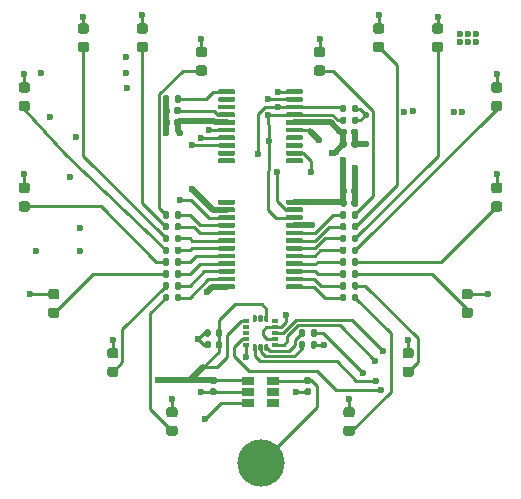
<source format=gbr>
%TF.GenerationSoftware,KiCad,Pcbnew,(5.1.9)-1*%
%TF.CreationDate,2021-12-28T16:52:40+01:00*%
%TF.ProjectId,heart,68656172-742e-46b6-9963-61645f706362,rev?*%
%TF.SameCoordinates,Original*%
%TF.FileFunction,Copper,L1,Top*%
%TF.FilePolarity,Positive*%
%FSLAX46Y46*%
G04 Gerber Fmt 4.6, Leading zero omitted, Abs format (unit mm)*
G04 Created by KiCad (PCBNEW (5.1.9)-1) date 2021-12-28 16:52:40*
%MOMM*%
%LPD*%
G01*
G04 APERTURE LIST*
%TA.AperFunction,SMDPad,CuDef*%
%ADD10C,4.000000*%
%TD*%
%TA.AperFunction,SMDPad,CuDef*%
%ADD11R,1.060000X0.650000*%
%TD*%
%TA.AperFunction,ViaPad*%
%ADD12C,0.600000*%
%TD*%
%TA.AperFunction,Conductor*%
%ADD13C,0.250000*%
%TD*%
%TA.AperFunction,Conductor*%
%ADD14C,0.500000*%
%TD*%
G04 APERTURE END LIST*
%TO.P,U3,16*%
%TO.N,Net-(U3-Pad16)*%
%TA.AperFunction,SMDPad,CuDef*%
G36*
G01*
X49325000Y-83962500D02*
X49325000Y-83587500D01*
G75*
G02*
X49412500Y-83500000I87500J0D01*
G01*
X49587500Y-83500000D01*
G75*
G02*
X49675000Y-83587500I0J-87500D01*
G01*
X49675000Y-83962500D01*
G75*
G02*
X49587500Y-84050000I-87500J0D01*
G01*
X49412500Y-84050000D01*
G75*
G02*
X49325000Y-83962500I0J87500D01*
G01*
G37*
%TD.AperFunction*%
%TO.P,U3,15*%
%TO.N,Net-(U3-Pad15)*%
%TA.AperFunction,SMDPad,CuDef*%
G36*
G01*
X49825000Y-83962500D02*
X49825000Y-83587500D01*
G75*
G02*
X49912500Y-83500000I87500J0D01*
G01*
X50087500Y-83500000D01*
G75*
G02*
X50175000Y-83587500I0J-87500D01*
G01*
X50175000Y-83962500D01*
G75*
G02*
X50087500Y-84050000I-87500J0D01*
G01*
X49912500Y-84050000D01*
G75*
G02*
X49825000Y-83962500I0J87500D01*
G01*
G37*
%TD.AperFunction*%
%TO.P,U3,14*%
%TO.N,+3V0*%
%TA.AperFunction,SMDPad,CuDef*%
G36*
G01*
X50325000Y-83962500D02*
X50325000Y-83587500D01*
G75*
G02*
X50412500Y-83500000I87500J0D01*
G01*
X50587500Y-83500000D01*
G75*
G02*
X50675000Y-83587500I0J-87500D01*
G01*
X50675000Y-83962500D01*
G75*
G02*
X50587500Y-84050000I-87500J0D01*
G01*
X50412500Y-84050000D01*
G75*
G02*
X50325000Y-83962500I0J87500D01*
G01*
G37*
%TD.AperFunction*%
%TO.P,U3,13*%
%TO.N,Net-(U3-Pad13)*%
%TA.AperFunction,SMDPad,CuDef*%
G36*
G01*
X50950000Y-84087500D02*
X50950000Y-83912500D01*
G75*
G02*
X51037500Y-83825000I87500J0D01*
G01*
X51412500Y-83825000D01*
G75*
G02*
X51500000Y-83912500I0J-87500D01*
G01*
X51500000Y-84087500D01*
G75*
G02*
X51412500Y-84175000I-87500J0D01*
G01*
X51037500Y-84175000D01*
G75*
G02*
X50950000Y-84087500I0J87500D01*
G01*
G37*
%TD.AperFunction*%
%TO.P,U3,12*%
%TO.N,GND*%
%TA.AperFunction,SMDPad,CuDef*%
G36*
G01*
X50950000Y-84587500D02*
X50950000Y-84412500D01*
G75*
G02*
X51037500Y-84325000I87500J0D01*
G01*
X51412500Y-84325000D01*
G75*
G02*
X51500000Y-84412500I0J-87500D01*
G01*
X51500000Y-84587500D01*
G75*
G02*
X51412500Y-84675000I-87500J0D01*
G01*
X51037500Y-84675000D01*
G75*
G02*
X50950000Y-84587500I0J87500D01*
G01*
G37*
%TD.AperFunction*%
%TO.P,U3,11*%
%TO.N,LIS3DH_INT1*%
%TA.AperFunction,SMDPad,CuDef*%
G36*
G01*
X50950000Y-85087500D02*
X50950000Y-84912500D01*
G75*
G02*
X51037500Y-84825000I87500J0D01*
G01*
X51412500Y-84825000D01*
G75*
G02*
X51500000Y-84912500I0J-87500D01*
G01*
X51500000Y-85087500D01*
G75*
G02*
X51412500Y-85175000I-87500J0D01*
G01*
X51037500Y-85175000D01*
G75*
G02*
X50950000Y-85087500I0J87500D01*
G01*
G37*
%TD.AperFunction*%
%TO.P,U3,10*%
%TO.N,GND*%
%TA.AperFunction,SMDPad,CuDef*%
G36*
G01*
X50950000Y-85587500D02*
X50950000Y-85412500D01*
G75*
G02*
X51037500Y-85325000I87500J0D01*
G01*
X51412500Y-85325000D01*
G75*
G02*
X51500000Y-85412500I0J-87500D01*
G01*
X51500000Y-85587500D01*
G75*
G02*
X51412500Y-85675000I-87500J0D01*
G01*
X51037500Y-85675000D01*
G75*
G02*
X50950000Y-85587500I0J87500D01*
G01*
G37*
%TD.AperFunction*%
%TO.P,U3,9*%
%TO.N,LIS3DH_INT2*%
%TA.AperFunction,SMDPad,CuDef*%
G36*
G01*
X50950000Y-86087500D02*
X50950000Y-85912500D01*
G75*
G02*
X51037500Y-85825000I87500J0D01*
G01*
X51412500Y-85825000D01*
G75*
G02*
X51500000Y-85912500I0J-87500D01*
G01*
X51500000Y-86087500D01*
G75*
G02*
X51412500Y-86175000I-87500J0D01*
G01*
X51037500Y-86175000D01*
G75*
G02*
X50950000Y-86087500I0J87500D01*
G01*
G37*
%TD.AperFunction*%
%TO.P,U3,8*%
%TO.N,Net-(R25-Pad1)*%
%TA.AperFunction,SMDPad,CuDef*%
G36*
G01*
X50325000Y-86412500D02*
X50325000Y-86037500D01*
G75*
G02*
X50412500Y-85950000I87500J0D01*
G01*
X50587500Y-85950000D01*
G75*
G02*
X50675000Y-86037500I0J-87500D01*
G01*
X50675000Y-86412500D01*
G75*
G02*
X50587500Y-86500000I-87500J0D01*
G01*
X50412500Y-86500000D01*
G75*
G02*
X50325000Y-86412500I0J87500D01*
G01*
G37*
%TD.AperFunction*%
%TO.P,U3,7*%
%TO.N,Net-(R26-Pad2)*%
%TA.AperFunction,SMDPad,CuDef*%
G36*
G01*
X49825000Y-86412500D02*
X49825000Y-86037500D01*
G75*
G02*
X49912500Y-85950000I87500J0D01*
G01*
X50087500Y-85950000D01*
G75*
G02*
X50175000Y-86037500I0J-87500D01*
G01*
X50175000Y-86412500D01*
G75*
G02*
X50087500Y-86500000I-87500J0D01*
G01*
X49912500Y-86500000D01*
G75*
G02*
X49825000Y-86412500I0J87500D01*
G01*
G37*
%TD.AperFunction*%
%TO.P,U3,6*%
%TO.N,I2C_SDA*%
%TA.AperFunction,SMDPad,CuDef*%
G36*
G01*
X49325000Y-86412500D02*
X49325000Y-86037500D01*
G75*
G02*
X49412500Y-85950000I87500J0D01*
G01*
X49587500Y-85950000D01*
G75*
G02*
X49675000Y-86037500I0J-87500D01*
G01*
X49675000Y-86412500D01*
G75*
G02*
X49587500Y-86500000I-87500J0D01*
G01*
X49412500Y-86500000D01*
G75*
G02*
X49325000Y-86412500I0J87500D01*
G01*
G37*
%TD.AperFunction*%
%TO.P,U3,5*%
%TO.N,GND*%
%TA.AperFunction,SMDPad,CuDef*%
G36*
G01*
X48500000Y-86087500D02*
X48500000Y-85912500D01*
G75*
G02*
X48587500Y-85825000I87500J0D01*
G01*
X48962500Y-85825000D01*
G75*
G02*
X49050000Y-85912500I0J-87500D01*
G01*
X49050000Y-86087500D01*
G75*
G02*
X48962500Y-86175000I-87500J0D01*
G01*
X48587500Y-86175000D01*
G75*
G02*
X48500000Y-86087500I0J87500D01*
G01*
G37*
%TD.AperFunction*%
%TO.P,U3,4*%
%TO.N,I2C_SCL*%
%TA.AperFunction,SMDPad,CuDef*%
G36*
G01*
X48500000Y-85587500D02*
X48500000Y-85412500D01*
G75*
G02*
X48587500Y-85325000I87500J0D01*
G01*
X48962500Y-85325000D01*
G75*
G02*
X49050000Y-85412500I0J-87500D01*
G01*
X49050000Y-85587500D01*
G75*
G02*
X48962500Y-85675000I-87500J0D01*
G01*
X48587500Y-85675000D01*
G75*
G02*
X48500000Y-85587500I0J87500D01*
G01*
G37*
%TD.AperFunction*%
%TO.P,U3,3*%
%TO.N,Net-(U3-Pad3)*%
%TA.AperFunction,SMDPad,CuDef*%
G36*
G01*
X48500000Y-85087500D02*
X48500000Y-84912500D01*
G75*
G02*
X48587500Y-84825000I87500J0D01*
G01*
X48962500Y-84825000D01*
G75*
G02*
X49050000Y-84912500I0J-87500D01*
G01*
X49050000Y-85087500D01*
G75*
G02*
X48962500Y-85175000I-87500J0D01*
G01*
X48587500Y-85175000D01*
G75*
G02*
X48500000Y-85087500I0J87500D01*
G01*
G37*
%TD.AperFunction*%
%TO.P,U3,2*%
%TO.N,Net-(U3-Pad2)*%
%TA.AperFunction,SMDPad,CuDef*%
G36*
G01*
X48500000Y-84587500D02*
X48500000Y-84412500D01*
G75*
G02*
X48587500Y-84325000I87500J0D01*
G01*
X48962500Y-84325000D01*
G75*
G02*
X49050000Y-84412500I0J-87500D01*
G01*
X49050000Y-84587500D01*
G75*
G02*
X48962500Y-84675000I-87500J0D01*
G01*
X48587500Y-84675000D01*
G75*
G02*
X48500000Y-84587500I0J87500D01*
G01*
G37*
%TD.AperFunction*%
%TO.P,U3,1*%
%TO.N,+3V0*%
%TA.AperFunction,SMDPad,CuDef*%
G36*
G01*
X48500000Y-84087500D02*
X48500000Y-83912500D01*
G75*
G02*
X48587500Y-83825000I87500J0D01*
G01*
X48962500Y-83825000D01*
G75*
G02*
X49050000Y-83912500I0J-87500D01*
G01*
X49050000Y-84087500D01*
G75*
G02*
X48962500Y-84175000I-87500J0D01*
G01*
X48587500Y-84175000D01*
G75*
G02*
X48500000Y-84087500I0J87500D01*
G01*
G37*
%TD.AperFunction*%
%TD*%
%TO.P,U2,24*%
%TO.N,+3V0*%
%TA.AperFunction,SMDPad,CuDef*%
G36*
G01*
X52125000Y-74025000D02*
X52125000Y-73825000D01*
G75*
G02*
X52225000Y-73725000I100000J0D01*
G01*
X53500000Y-73725000D01*
G75*
G02*
X53600000Y-73825000I0J-100000D01*
G01*
X53600000Y-74025000D01*
G75*
G02*
X53500000Y-74125000I-100000J0D01*
G01*
X52225000Y-74125000D01*
G75*
G02*
X52125000Y-74025000I0J100000D01*
G01*
G37*
%TD.AperFunction*%
%TO.P,U2,23*%
%TO.N,I2C_SDA*%
%TA.AperFunction,SMDPad,CuDef*%
G36*
G01*
X52125000Y-74675000D02*
X52125000Y-74475000D01*
G75*
G02*
X52225000Y-74375000I100000J0D01*
G01*
X53500000Y-74375000D01*
G75*
G02*
X53600000Y-74475000I0J-100000D01*
G01*
X53600000Y-74675000D01*
G75*
G02*
X53500000Y-74775000I-100000J0D01*
G01*
X52225000Y-74775000D01*
G75*
G02*
X52125000Y-74675000I0J100000D01*
G01*
G37*
%TD.AperFunction*%
%TO.P,U2,22*%
%TO.N,I2C_SCL*%
%TA.AperFunction,SMDPad,CuDef*%
G36*
G01*
X52125000Y-75325000D02*
X52125000Y-75125000D01*
G75*
G02*
X52225000Y-75025000I100000J0D01*
G01*
X53500000Y-75025000D01*
G75*
G02*
X53600000Y-75125000I0J-100000D01*
G01*
X53600000Y-75325000D01*
G75*
G02*
X53500000Y-75425000I-100000J0D01*
G01*
X52225000Y-75425000D01*
G75*
G02*
X52125000Y-75325000I0J100000D01*
G01*
G37*
%TD.AperFunction*%
%TO.P,U2,21*%
%TO.N,GND*%
%TA.AperFunction,SMDPad,CuDef*%
G36*
G01*
X52125000Y-75975000D02*
X52125000Y-75775000D01*
G75*
G02*
X52225000Y-75675000I100000J0D01*
G01*
X53500000Y-75675000D01*
G75*
G02*
X53600000Y-75775000I0J-100000D01*
G01*
X53600000Y-75975000D01*
G75*
G02*
X53500000Y-76075000I-100000J0D01*
G01*
X52225000Y-76075000D01*
G75*
G02*
X52125000Y-75975000I0J100000D01*
G01*
G37*
%TD.AperFunction*%
%TO.P,U2,20*%
%TO.N,Net-(R15-Pad1)*%
%TA.AperFunction,SMDPad,CuDef*%
G36*
G01*
X52125000Y-76625000D02*
X52125000Y-76425000D01*
G75*
G02*
X52225000Y-76325000I100000J0D01*
G01*
X53500000Y-76325000D01*
G75*
G02*
X53600000Y-76425000I0J-100000D01*
G01*
X53600000Y-76625000D01*
G75*
G02*
X53500000Y-76725000I-100000J0D01*
G01*
X52225000Y-76725000D01*
G75*
G02*
X52125000Y-76625000I0J100000D01*
G01*
G37*
%TD.AperFunction*%
%TO.P,U2,19*%
%TO.N,Net-(R14-Pad1)*%
%TA.AperFunction,SMDPad,CuDef*%
G36*
G01*
X52125000Y-77275000D02*
X52125000Y-77075000D01*
G75*
G02*
X52225000Y-76975000I100000J0D01*
G01*
X53500000Y-76975000D01*
G75*
G02*
X53600000Y-77075000I0J-100000D01*
G01*
X53600000Y-77275000D01*
G75*
G02*
X53500000Y-77375000I-100000J0D01*
G01*
X52225000Y-77375000D01*
G75*
G02*
X52125000Y-77275000I0J100000D01*
G01*
G37*
%TD.AperFunction*%
%TO.P,U2,18*%
%TO.N,Net-(R13-Pad1)*%
%TA.AperFunction,SMDPad,CuDef*%
G36*
G01*
X52125000Y-77925000D02*
X52125000Y-77725000D01*
G75*
G02*
X52225000Y-77625000I100000J0D01*
G01*
X53500000Y-77625000D01*
G75*
G02*
X53600000Y-77725000I0J-100000D01*
G01*
X53600000Y-77925000D01*
G75*
G02*
X53500000Y-78025000I-100000J0D01*
G01*
X52225000Y-78025000D01*
G75*
G02*
X52125000Y-77925000I0J100000D01*
G01*
G37*
%TD.AperFunction*%
%TO.P,U2,17*%
%TO.N,Net-(R12-Pad1)*%
%TA.AperFunction,SMDPad,CuDef*%
G36*
G01*
X52125000Y-78575000D02*
X52125000Y-78375000D01*
G75*
G02*
X52225000Y-78275000I100000J0D01*
G01*
X53500000Y-78275000D01*
G75*
G02*
X53600000Y-78375000I0J-100000D01*
G01*
X53600000Y-78575000D01*
G75*
G02*
X53500000Y-78675000I-100000J0D01*
G01*
X52225000Y-78675000D01*
G75*
G02*
X52125000Y-78575000I0J100000D01*
G01*
G37*
%TD.AperFunction*%
%TO.P,U2,16*%
%TO.N,Net-(R11-Pad1)*%
%TA.AperFunction,SMDPad,CuDef*%
G36*
G01*
X52125000Y-79225000D02*
X52125000Y-79025000D01*
G75*
G02*
X52225000Y-78925000I100000J0D01*
G01*
X53500000Y-78925000D01*
G75*
G02*
X53600000Y-79025000I0J-100000D01*
G01*
X53600000Y-79225000D01*
G75*
G02*
X53500000Y-79325000I-100000J0D01*
G01*
X52225000Y-79325000D01*
G75*
G02*
X52125000Y-79225000I0J100000D01*
G01*
G37*
%TD.AperFunction*%
%TO.P,U2,15*%
%TO.N,Net-(R10-Pad1)*%
%TA.AperFunction,SMDPad,CuDef*%
G36*
G01*
X52125000Y-79875000D02*
X52125000Y-79675000D01*
G75*
G02*
X52225000Y-79575000I100000J0D01*
G01*
X53500000Y-79575000D01*
G75*
G02*
X53600000Y-79675000I0J-100000D01*
G01*
X53600000Y-79875000D01*
G75*
G02*
X53500000Y-79975000I-100000J0D01*
G01*
X52225000Y-79975000D01*
G75*
G02*
X52125000Y-79875000I0J100000D01*
G01*
G37*
%TD.AperFunction*%
%TO.P,U2,14*%
%TO.N,Net-(R9-Pad1)*%
%TA.AperFunction,SMDPad,CuDef*%
G36*
G01*
X52125000Y-80525000D02*
X52125000Y-80325000D01*
G75*
G02*
X52225000Y-80225000I100000J0D01*
G01*
X53500000Y-80225000D01*
G75*
G02*
X53600000Y-80325000I0J-100000D01*
G01*
X53600000Y-80525000D01*
G75*
G02*
X53500000Y-80625000I-100000J0D01*
G01*
X52225000Y-80625000D01*
G75*
G02*
X52125000Y-80525000I0J100000D01*
G01*
G37*
%TD.AperFunction*%
%TO.P,U2,13*%
%TO.N,Net-(R8-Pad1)*%
%TA.AperFunction,SMDPad,CuDef*%
G36*
G01*
X52125000Y-81175000D02*
X52125000Y-80975000D01*
G75*
G02*
X52225000Y-80875000I100000J0D01*
G01*
X53500000Y-80875000D01*
G75*
G02*
X53600000Y-80975000I0J-100000D01*
G01*
X53600000Y-81175000D01*
G75*
G02*
X53500000Y-81275000I-100000J0D01*
G01*
X52225000Y-81275000D01*
G75*
G02*
X52125000Y-81175000I0J100000D01*
G01*
G37*
%TD.AperFunction*%
%TO.P,U2,12*%
%TO.N,GND*%
%TA.AperFunction,SMDPad,CuDef*%
G36*
G01*
X46400000Y-81175000D02*
X46400000Y-80975000D01*
G75*
G02*
X46500000Y-80875000I100000J0D01*
G01*
X47775000Y-80875000D01*
G75*
G02*
X47875000Y-80975000I0J-100000D01*
G01*
X47875000Y-81175000D01*
G75*
G02*
X47775000Y-81275000I-100000J0D01*
G01*
X46500000Y-81275000D01*
G75*
G02*
X46400000Y-81175000I0J100000D01*
G01*
G37*
%TD.AperFunction*%
%TO.P,U2,11*%
%TO.N,Net-(R7-Pad1)*%
%TA.AperFunction,SMDPad,CuDef*%
G36*
G01*
X46400000Y-80525000D02*
X46400000Y-80325000D01*
G75*
G02*
X46500000Y-80225000I100000J0D01*
G01*
X47775000Y-80225000D01*
G75*
G02*
X47875000Y-80325000I0J-100000D01*
G01*
X47875000Y-80525000D01*
G75*
G02*
X47775000Y-80625000I-100000J0D01*
G01*
X46500000Y-80625000D01*
G75*
G02*
X46400000Y-80525000I0J100000D01*
G01*
G37*
%TD.AperFunction*%
%TO.P,U2,10*%
%TO.N,Net-(R6-Pad1)*%
%TA.AperFunction,SMDPad,CuDef*%
G36*
G01*
X46400000Y-79875000D02*
X46400000Y-79675000D01*
G75*
G02*
X46500000Y-79575000I100000J0D01*
G01*
X47775000Y-79575000D01*
G75*
G02*
X47875000Y-79675000I0J-100000D01*
G01*
X47875000Y-79875000D01*
G75*
G02*
X47775000Y-79975000I-100000J0D01*
G01*
X46500000Y-79975000D01*
G75*
G02*
X46400000Y-79875000I0J100000D01*
G01*
G37*
%TD.AperFunction*%
%TO.P,U2,9*%
%TO.N,Net-(R5-Pad1)*%
%TA.AperFunction,SMDPad,CuDef*%
G36*
G01*
X46400000Y-79225000D02*
X46400000Y-79025000D01*
G75*
G02*
X46500000Y-78925000I100000J0D01*
G01*
X47775000Y-78925000D01*
G75*
G02*
X47875000Y-79025000I0J-100000D01*
G01*
X47875000Y-79225000D01*
G75*
G02*
X47775000Y-79325000I-100000J0D01*
G01*
X46500000Y-79325000D01*
G75*
G02*
X46400000Y-79225000I0J100000D01*
G01*
G37*
%TD.AperFunction*%
%TO.P,U2,8*%
%TO.N,Net-(R4-Pad1)*%
%TA.AperFunction,SMDPad,CuDef*%
G36*
G01*
X46400000Y-78575000D02*
X46400000Y-78375000D01*
G75*
G02*
X46500000Y-78275000I100000J0D01*
G01*
X47775000Y-78275000D01*
G75*
G02*
X47875000Y-78375000I0J-100000D01*
G01*
X47875000Y-78575000D01*
G75*
G02*
X47775000Y-78675000I-100000J0D01*
G01*
X46500000Y-78675000D01*
G75*
G02*
X46400000Y-78575000I0J100000D01*
G01*
G37*
%TD.AperFunction*%
%TO.P,U2,7*%
%TO.N,Net-(R3-Pad1)*%
%TA.AperFunction,SMDPad,CuDef*%
G36*
G01*
X46400000Y-77925000D02*
X46400000Y-77725000D01*
G75*
G02*
X46500000Y-77625000I100000J0D01*
G01*
X47775000Y-77625000D01*
G75*
G02*
X47875000Y-77725000I0J-100000D01*
G01*
X47875000Y-77925000D01*
G75*
G02*
X47775000Y-78025000I-100000J0D01*
G01*
X46500000Y-78025000D01*
G75*
G02*
X46400000Y-77925000I0J100000D01*
G01*
G37*
%TD.AperFunction*%
%TO.P,U2,6*%
%TO.N,Net-(R2-Pad1)*%
%TA.AperFunction,SMDPad,CuDef*%
G36*
G01*
X46400000Y-77275000D02*
X46400000Y-77075000D01*
G75*
G02*
X46500000Y-76975000I100000J0D01*
G01*
X47775000Y-76975000D01*
G75*
G02*
X47875000Y-77075000I0J-100000D01*
G01*
X47875000Y-77275000D01*
G75*
G02*
X47775000Y-77375000I-100000J0D01*
G01*
X46500000Y-77375000D01*
G75*
G02*
X46400000Y-77275000I0J100000D01*
G01*
G37*
%TD.AperFunction*%
%TO.P,U2,5*%
%TO.N,Net-(R1-Pad1)*%
%TA.AperFunction,SMDPad,CuDef*%
G36*
G01*
X46400000Y-76625000D02*
X46400000Y-76425000D01*
G75*
G02*
X46500000Y-76325000I100000J0D01*
G01*
X47775000Y-76325000D01*
G75*
G02*
X47875000Y-76425000I0J-100000D01*
G01*
X47875000Y-76625000D01*
G75*
G02*
X47775000Y-76725000I-100000J0D01*
G01*
X46500000Y-76725000D01*
G75*
G02*
X46400000Y-76625000I0J100000D01*
G01*
G37*
%TD.AperFunction*%
%TO.P,U2,4*%
%TO.N,Net-(R0-Pad1)*%
%TA.AperFunction,SMDPad,CuDef*%
G36*
G01*
X46400000Y-75975000D02*
X46400000Y-75775000D01*
G75*
G02*
X46500000Y-75675000I100000J0D01*
G01*
X47775000Y-75675000D01*
G75*
G02*
X47875000Y-75775000I0J-100000D01*
G01*
X47875000Y-75975000D01*
G75*
G02*
X47775000Y-76075000I-100000J0D01*
G01*
X46500000Y-76075000D01*
G75*
G02*
X46400000Y-75975000I0J100000D01*
G01*
G37*
%TD.AperFunction*%
%TO.P,U2,3*%
%TO.N,TCA6416A_RESET*%
%TA.AperFunction,SMDPad,CuDef*%
G36*
G01*
X46400000Y-75325000D02*
X46400000Y-75125000D01*
G75*
G02*
X46500000Y-75025000I100000J0D01*
G01*
X47775000Y-75025000D01*
G75*
G02*
X47875000Y-75125000I0J-100000D01*
G01*
X47875000Y-75325000D01*
G75*
G02*
X47775000Y-75425000I-100000J0D01*
G01*
X46500000Y-75425000D01*
G75*
G02*
X46400000Y-75325000I0J100000D01*
G01*
G37*
%TD.AperFunction*%
%TO.P,U2,2*%
%TO.N,+3V0*%
%TA.AperFunction,SMDPad,CuDef*%
G36*
G01*
X46400000Y-74675000D02*
X46400000Y-74475000D01*
G75*
G02*
X46500000Y-74375000I100000J0D01*
G01*
X47775000Y-74375000D01*
G75*
G02*
X47875000Y-74475000I0J-100000D01*
G01*
X47875000Y-74675000D01*
G75*
G02*
X47775000Y-74775000I-100000J0D01*
G01*
X46500000Y-74775000D01*
G75*
G02*
X46400000Y-74675000I0J100000D01*
G01*
G37*
%TD.AperFunction*%
%TO.P,U2,1*%
%TO.N,Net-(U2-Pad1)*%
%TA.AperFunction,SMDPad,CuDef*%
G36*
G01*
X46400000Y-74025000D02*
X46400000Y-73825000D01*
G75*
G02*
X46500000Y-73725000I100000J0D01*
G01*
X47775000Y-73725000D01*
G75*
G02*
X47875000Y-73825000I0J-100000D01*
G01*
X47875000Y-74025000D01*
G75*
G02*
X47775000Y-74125000I-100000J0D01*
G01*
X46500000Y-74125000D01*
G75*
G02*
X46400000Y-74025000I0J100000D01*
G01*
G37*
%TD.AperFunction*%
%TD*%
D10*
%TO.P,J5,1*%
%TO.N,Net-(C10-Pad2)*%
X50000000Y-96050000D03*
%TD*%
D11*
%TO.P,U4,5*%
%TO.N,Net-(U4-Pad5)*%
X51100000Y-90000000D03*
%TO.P,U4,6*%
%TO.N,Net-(C10-Pad2)*%
X51100000Y-89050000D03*
%TO.P,U4,4*%
%TO.N,Net-(U4-Pad4)*%
X51100000Y-90950000D03*
%TO.P,U4,3*%
%TO.N,TOUCH_KEY_1*%
X48900000Y-90950000D03*
%TO.P,U4,2*%
%TO.N,GND*%
X48900000Y-90000000D03*
%TO.P,U4,1*%
%TO.N,+3V0*%
X48900000Y-89050000D03*
%TD*%
%TO.P,C11,2*%
%TO.N,+3V0*%
%TA.AperFunction,SMDPad,CuDef*%
G36*
G01*
X46170000Y-89300000D02*
X45830000Y-89300000D01*
G75*
G02*
X45690000Y-89160000I0J140000D01*
G01*
X45690000Y-88880000D01*
G75*
G02*
X45830000Y-88740000I140000J0D01*
G01*
X46170000Y-88740000D01*
G75*
G02*
X46310000Y-88880000I0J-140000D01*
G01*
X46310000Y-89160000D01*
G75*
G02*
X46170000Y-89300000I-140000J0D01*
G01*
G37*
%TD.AperFunction*%
%TO.P,C11,1*%
%TO.N,GND*%
%TA.AperFunction,SMDPad,CuDef*%
G36*
G01*
X46170000Y-90260000D02*
X45830000Y-90260000D01*
G75*
G02*
X45690000Y-90120000I0J140000D01*
G01*
X45690000Y-89840000D01*
G75*
G02*
X45830000Y-89700000I140000J0D01*
G01*
X46170000Y-89700000D01*
G75*
G02*
X46310000Y-89840000I0J-140000D01*
G01*
X46310000Y-90120000D01*
G75*
G02*
X46170000Y-90260000I-140000J0D01*
G01*
G37*
%TD.AperFunction*%
%TD*%
%TO.P,C10,2*%
%TO.N,Net-(C10-Pad2)*%
%TA.AperFunction,SMDPad,CuDef*%
G36*
G01*
X54170000Y-89300000D02*
X53830000Y-89300000D01*
G75*
G02*
X53690000Y-89160000I0J140000D01*
G01*
X53690000Y-88880000D01*
G75*
G02*
X53830000Y-88740000I140000J0D01*
G01*
X54170000Y-88740000D01*
G75*
G02*
X54310000Y-88880000I0J-140000D01*
G01*
X54310000Y-89160000D01*
G75*
G02*
X54170000Y-89300000I-140000J0D01*
G01*
G37*
%TD.AperFunction*%
%TO.P,C10,1*%
%TO.N,GND*%
%TA.AperFunction,SMDPad,CuDef*%
G36*
G01*
X54170000Y-90260000D02*
X53830000Y-90260000D01*
G75*
G02*
X53690000Y-90120000I0J140000D01*
G01*
X53690000Y-89840000D01*
G75*
G02*
X53830000Y-89700000I140000J0D01*
G01*
X54170000Y-89700000D01*
G75*
G02*
X54310000Y-89840000I0J-140000D01*
G01*
X54310000Y-90120000D01*
G75*
G02*
X54170000Y-90260000I-140000J0D01*
G01*
G37*
%TD.AperFunction*%
%TD*%
%TO.P,D4,2*%
%TO.N,+3V0*%
%TA.AperFunction,SMDPad,CuDef*%
G36*
G01*
X30256250Y-73150000D02*
X29743750Y-73150000D01*
G75*
G02*
X29525000Y-72931250I0J218750D01*
G01*
X29525000Y-72493750D01*
G75*
G02*
X29743750Y-72275000I218750J0D01*
G01*
X30256250Y-72275000D01*
G75*
G02*
X30475000Y-72493750I0J-218750D01*
G01*
X30475000Y-72931250D01*
G75*
G02*
X30256250Y-73150000I-218750J0D01*
G01*
G37*
%TD.AperFunction*%
%TO.P,D4,1*%
%TO.N,Net-(D4-Pad1)*%
%TA.AperFunction,SMDPad,CuDef*%
G36*
G01*
X30256250Y-74725000D02*
X29743750Y-74725000D01*
G75*
G02*
X29525000Y-74506250I0J218750D01*
G01*
X29525000Y-74068750D01*
G75*
G02*
X29743750Y-73850000I218750J0D01*
G01*
X30256250Y-73850000D01*
G75*
G02*
X30475000Y-74068750I0J-218750D01*
G01*
X30475000Y-74506250D01*
G75*
G02*
X30256250Y-74725000I-218750J0D01*
G01*
G37*
%TD.AperFunction*%
%TD*%
%TO.P,D7,2*%
%TO.N,+3V0*%
%TA.AperFunction,SMDPad,CuDef*%
G36*
G01*
X42756250Y-92150000D02*
X42243750Y-92150000D01*
G75*
G02*
X42025000Y-91931250I0J218750D01*
G01*
X42025000Y-91493750D01*
G75*
G02*
X42243750Y-91275000I218750J0D01*
G01*
X42756250Y-91275000D01*
G75*
G02*
X42975000Y-91493750I0J-218750D01*
G01*
X42975000Y-91931250D01*
G75*
G02*
X42756250Y-92150000I-218750J0D01*
G01*
G37*
%TD.AperFunction*%
%TO.P,D7,1*%
%TO.N,Net-(D7-Pad1)*%
%TA.AperFunction,SMDPad,CuDef*%
G36*
G01*
X42756250Y-93725000D02*
X42243750Y-93725000D01*
G75*
G02*
X42025000Y-93506250I0J218750D01*
G01*
X42025000Y-93068750D01*
G75*
G02*
X42243750Y-92850000I218750J0D01*
G01*
X42756250Y-92850000D01*
G75*
G02*
X42975000Y-93068750I0J-218750D01*
G01*
X42975000Y-93506250D01*
G75*
G02*
X42756250Y-93725000I-218750J0D01*
G01*
G37*
%TD.AperFunction*%
%TD*%
%TO.P,R26,2*%
%TO.N,Net-(R26-Pad2)*%
%TA.AperFunction,SMDPad,CuDef*%
G36*
G01*
X53760000Y-85815000D02*
X53760000Y-86185000D01*
G75*
G02*
X53625000Y-86320000I-135000J0D01*
G01*
X53355000Y-86320000D01*
G75*
G02*
X53220000Y-86185000I0J135000D01*
G01*
X53220000Y-85815000D01*
G75*
G02*
X53355000Y-85680000I135000J0D01*
G01*
X53625000Y-85680000D01*
G75*
G02*
X53760000Y-85815000I0J-135000D01*
G01*
G37*
%TD.AperFunction*%
%TO.P,R26,1*%
%TO.N,GND*%
%TA.AperFunction,SMDPad,CuDef*%
G36*
G01*
X54780000Y-85815000D02*
X54780000Y-86185000D01*
G75*
G02*
X54645000Y-86320000I-135000J0D01*
G01*
X54375000Y-86320000D01*
G75*
G02*
X54240000Y-86185000I0J135000D01*
G01*
X54240000Y-85815000D01*
G75*
G02*
X54375000Y-85680000I135000J0D01*
G01*
X54645000Y-85680000D01*
G75*
G02*
X54780000Y-85815000I0J-135000D01*
G01*
G37*
%TD.AperFunction*%
%TD*%
%TO.P,R25,2*%
%TO.N,+3V0*%
%TA.AperFunction,SMDPad,CuDef*%
G36*
G01*
X54240000Y-85185000D02*
X54240000Y-84815000D01*
G75*
G02*
X54375000Y-84680000I135000J0D01*
G01*
X54645000Y-84680000D01*
G75*
G02*
X54780000Y-84815000I0J-135000D01*
G01*
X54780000Y-85185000D01*
G75*
G02*
X54645000Y-85320000I-135000J0D01*
G01*
X54375000Y-85320000D01*
G75*
G02*
X54240000Y-85185000I0J135000D01*
G01*
G37*
%TD.AperFunction*%
%TO.P,R25,1*%
%TO.N,Net-(R25-Pad1)*%
%TA.AperFunction,SMDPad,CuDef*%
G36*
G01*
X53220000Y-85185000D02*
X53220000Y-84815000D01*
G75*
G02*
X53355000Y-84680000I135000J0D01*
G01*
X53625000Y-84680000D01*
G75*
G02*
X53760000Y-84815000I0J-135000D01*
G01*
X53760000Y-85185000D01*
G75*
G02*
X53625000Y-85320000I-135000J0D01*
G01*
X53355000Y-85320000D01*
G75*
G02*
X53220000Y-85185000I0J135000D01*
G01*
G37*
%TD.AperFunction*%
%TD*%
%TO.P,R15,2*%
%TO.N,Net-(D15-Pad1)*%
%TA.AperFunction,SMDPad,CuDef*%
G36*
G01*
X57740000Y-75185000D02*
X57740000Y-74815000D01*
G75*
G02*
X57875000Y-74680000I135000J0D01*
G01*
X58145000Y-74680000D01*
G75*
G02*
X58280000Y-74815000I0J-135000D01*
G01*
X58280000Y-75185000D01*
G75*
G02*
X58145000Y-75320000I-135000J0D01*
G01*
X57875000Y-75320000D01*
G75*
G02*
X57740000Y-75185000I0J135000D01*
G01*
G37*
%TD.AperFunction*%
%TO.P,R15,1*%
%TO.N,Net-(R15-Pad1)*%
%TA.AperFunction,SMDPad,CuDef*%
G36*
G01*
X56720000Y-75185000D02*
X56720000Y-74815000D01*
G75*
G02*
X56855000Y-74680000I135000J0D01*
G01*
X57125000Y-74680000D01*
G75*
G02*
X57260000Y-74815000I0J-135000D01*
G01*
X57260000Y-75185000D01*
G75*
G02*
X57125000Y-75320000I-135000J0D01*
G01*
X56855000Y-75320000D01*
G75*
G02*
X56720000Y-75185000I0J135000D01*
G01*
G37*
%TD.AperFunction*%
%TD*%
%TO.P,R14,2*%
%TO.N,Net-(D14-Pad1)*%
%TA.AperFunction,SMDPad,CuDef*%
G36*
G01*
X57740000Y-76185000D02*
X57740000Y-75815000D01*
G75*
G02*
X57875000Y-75680000I135000J0D01*
G01*
X58145000Y-75680000D01*
G75*
G02*
X58280000Y-75815000I0J-135000D01*
G01*
X58280000Y-76185000D01*
G75*
G02*
X58145000Y-76320000I-135000J0D01*
G01*
X57875000Y-76320000D01*
G75*
G02*
X57740000Y-76185000I0J135000D01*
G01*
G37*
%TD.AperFunction*%
%TO.P,R14,1*%
%TO.N,Net-(R14-Pad1)*%
%TA.AperFunction,SMDPad,CuDef*%
G36*
G01*
X56720000Y-76185000D02*
X56720000Y-75815000D01*
G75*
G02*
X56855000Y-75680000I135000J0D01*
G01*
X57125000Y-75680000D01*
G75*
G02*
X57260000Y-75815000I0J-135000D01*
G01*
X57260000Y-76185000D01*
G75*
G02*
X57125000Y-76320000I-135000J0D01*
G01*
X56855000Y-76320000D01*
G75*
G02*
X56720000Y-76185000I0J135000D01*
G01*
G37*
%TD.AperFunction*%
%TD*%
%TO.P,R13,2*%
%TO.N,Net-(D13-Pad1)*%
%TA.AperFunction,SMDPad,CuDef*%
G36*
G01*
X57740000Y-77185000D02*
X57740000Y-76815000D01*
G75*
G02*
X57875000Y-76680000I135000J0D01*
G01*
X58145000Y-76680000D01*
G75*
G02*
X58280000Y-76815000I0J-135000D01*
G01*
X58280000Y-77185000D01*
G75*
G02*
X58145000Y-77320000I-135000J0D01*
G01*
X57875000Y-77320000D01*
G75*
G02*
X57740000Y-77185000I0J135000D01*
G01*
G37*
%TD.AperFunction*%
%TO.P,R13,1*%
%TO.N,Net-(R13-Pad1)*%
%TA.AperFunction,SMDPad,CuDef*%
G36*
G01*
X56720000Y-77185000D02*
X56720000Y-76815000D01*
G75*
G02*
X56855000Y-76680000I135000J0D01*
G01*
X57125000Y-76680000D01*
G75*
G02*
X57260000Y-76815000I0J-135000D01*
G01*
X57260000Y-77185000D01*
G75*
G02*
X57125000Y-77320000I-135000J0D01*
G01*
X56855000Y-77320000D01*
G75*
G02*
X56720000Y-77185000I0J135000D01*
G01*
G37*
%TD.AperFunction*%
%TD*%
%TO.P,R12,2*%
%TO.N,Net-(D12-Pad1)*%
%TA.AperFunction,SMDPad,CuDef*%
G36*
G01*
X57740000Y-78185000D02*
X57740000Y-77815000D01*
G75*
G02*
X57875000Y-77680000I135000J0D01*
G01*
X58145000Y-77680000D01*
G75*
G02*
X58280000Y-77815000I0J-135000D01*
G01*
X58280000Y-78185000D01*
G75*
G02*
X58145000Y-78320000I-135000J0D01*
G01*
X57875000Y-78320000D01*
G75*
G02*
X57740000Y-78185000I0J135000D01*
G01*
G37*
%TD.AperFunction*%
%TO.P,R12,1*%
%TO.N,Net-(R12-Pad1)*%
%TA.AperFunction,SMDPad,CuDef*%
G36*
G01*
X56720000Y-78185000D02*
X56720000Y-77815000D01*
G75*
G02*
X56855000Y-77680000I135000J0D01*
G01*
X57125000Y-77680000D01*
G75*
G02*
X57260000Y-77815000I0J-135000D01*
G01*
X57260000Y-78185000D01*
G75*
G02*
X57125000Y-78320000I-135000J0D01*
G01*
X56855000Y-78320000D01*
G75*
G02*
X56720000Y-78185000I0J135000D01*
G01*
G37*
%TD.AperFunction*%
%TD*%
%TO.P,R11,2*%
%TO.N,Net-(D11-Pad1)*%
%TA.AperFunction,SMDPad,CuDef*%
G36*
G01*
X57740000Y-79185000D02*
X57740000Y-78815000D01*
G75*
G02*
X57875000Y-78680000I135000J0D01*
G01*
X58145000Y-78680000D01*
G75*
G02*
X58280000Y-78815000I0J-135000D01*
G01*
X58280000Y-79185000D01*
G75*
G02*
X58145000Y-79320000I-135000J0D01*
G01*
X57875000Y-79320000D01*
G75*
G02*
X57740000Y-79185000I0J135000D01*
G01*
G37*
%TD.AperFunction*%
%TO.P,R11,1*%
%TO.N,Net-(R11-Pad1)*%
%TA.AperFunction,SMDPad,CuDef*%
G36*
G01*
X56720000Y-79185000D02*
X56720000Y-78815000D01*
G75*
G02*
X56855000Y-78680000I135000J0D01*
G01*
X57125000Y-78680000D01*
G75*
G02*
X57260000Y-78815000I0J-135000D01*
G01*
X57260000Y-79185000D01*
G75*
G02*
X57125000Y-79320000I-135000J0D01*
G01*
X56855000Y-79320000D01*
G75*
G02*
X56720000Y-79185000I0J135000D01*
G01*
G37*
%TD.AperFunction*%
%TD*%
%TO.P,R10,2*%
%TO.N,Net-(D10-Pad1)*%
%TA.AperFunction,SMDPad,CuDef*%
G36*
G01*
X57740000Y-80185000D02*
X57740000Y-79815000D01*
G75*
G02*
X57875000Y-79680000I135000J0D01*
G01*
X58145000Y-79680000D01*
G75*
G02*
X58280000Y-79815000I0J-135000D01*
G01*
X58280000Y-80185000D01*
G75*
G02*
X58145000Y-80320000I-135000J0D01*
G01*
X57875000Y-80320000D01*
G75*
G02*
X57740000Y-80185000I0J135000D01*
G01*
G37*
%TD.AperFunction*%
%TO.P,R10,1*%
%TO.N,Net-(R10-Pad1)*%
%TA.AperFunction,SMDPad,CuDef*%
G36*
G01*
X56720000Y-80185000D02*
X56720000Y-79815000D01*
G75*
G02*
X56855000Y-79680000I135000J0D01*
G01*
X57125000Y-79680000D01*
G75*
G02*
X57260000Y-79815000I0J-135000D01*
G01*
X57260000Y-80185000D01*
G75*
G02*
X57125000Y-80320000I-135000J0D01*
G01*
X56855000Y-80320000D01*
G75*
G02*
X56720000Y-80185000I0J135000D01*
G01*
G37*
%TD.AperFunction*%
%TD*%
%TO.P,R9,2*%
%TO.N,Net-(D9-Pad1)*%
%TA.AperFunction,SMDPad,CuDef*%
G36*
G01*
X57740000Y-81185000D02*
X57740000Y-80815000D01*
G75*
G02*
X57875000Y-80680000I135000J0D01*
G01*
X58145000Y-80680000D01*
G75*
G02*
X58280000Y-80815000I0J-135000D01*
G01*
X58280000Y-81185000D01*
G75*
G02*
X58145000Y-81320000I-135000J0D01*
G01*
X57875000Y-81320000D01*
G75*
G02*
X57740000Y-81185000I0J135000D01*
G01*
G37*
%TD.AperFunction*%
%TO.P,R9,1*%
%TO.N,Net-(R9-Pad1)*%
%TA.AperFunction,SMDPad,CuDef*%
G36*
G01*
X56720000Y-81185000D02*
X56720000Y-80815000D01*
G75*
G02*
X56855000Y-80680000I135000J0D01*
G01*
X57125000Y-80680000D01*
G75*
G02*
X57260000Y-80815000I0J-135000D01*
G01*
X57260000Y-81185000D01*
G75*
G02*
X57125000Y-81320000I-135000J0D01*
G01*
X56855000Y-81320000D01*
G75*
G02*
X56720000Y-81185000I0J135000D01*
G01*
G37*
%TD.AperFunction*%
%TD*%
%TO.P,R8,2*%
%TO.N,Net-(D8-Pad1)*%
%TA.AperFunction,SMDPad,CuDef*%
G36*
G01*
X57740000Y-82185000D02*
X57740000Y-81815000D01*
G75*
G02*
X57875000Y-81680000I135000J0D01*
G01*
X58145000Y-81680000D01*
G75*
G02*
X58280000Y-81815000I0J-135000D01*
G01*
X58280000Y-82185000D01*
G75*
G02*
X58145000Y-82320000I-135000J0D01*
G01*
X57875000Y-82320000D01*
G75*
G02*
X57740000Y-82185000I0J135000D01*
G01*
G37*
%TD.AperFunction*%
%TO.P,R8,1*%
%TO.N,Net-(R8-Pad1)*%
%TA.AperFunction,SMDPad,CuDef*%
G36*
G01*
X56720000Y-82185000D02*
X56720000Y-81815000D01*
G75*
G02*
X56855000Y-81680000I135000J0D01*
G01*
X57125000Y-81680000D01*
G75*
G02*
X57260000Y-81815000I0J-135000D01*
G01*
X57260000Y-82185000D01*
G75*
G02*
X57125000Y-82320000I-135000J0D01*
G01*
X56855000Y-82320000D01*
G75*
G02*
X56720000Y-82185000I0J135000D01*
G01*
G37*
%TD.AperFunction*%
%TD*%
%TO.P,R7,2*%
%TO.N,Net-(D7-Pad1)*%
%TA.AperFunction,SMDPad,CuDef*%
G36*
G01*
X42260000Y-81815000D02*
X42260000Y-82185000D01*
G75*
G02*
X42125000Y-82320000I-135000J0D01*
G01*
X41855000Y-82320000D01*
G75*
G02*
X41720000Y-82185000I0J135000D01*
G01*
X41720000Y-81815000D01*
G75*
G02*
X41855000Y-81680000I135000J0D01*
G01*
X42125000Y-81680000D01*
G75*
G02*
X42260000Y-81815000I0J-135000D01*
G01*
G37*
%TD.AperFunction*%
%TO.P,R7,1*%
%TO.N,Net-(R7-Pad1)*%
%TA.AperFunction,SMDPad,CuDef*%
G36*
G01*
X43280000Y-81815000D02*
X43280000Y-82185000D01*
G75*
G02*
X43145000Y-82320000I-135000J0D01*
G01*
X42875000Y-82320000D01*
G75*
G02*
X42740000Y-82185000I0J135000D01*
G01*
X42740000Y-81815000D01*
G75*
G02*
X42875000Y-81680000I135000J0D01*
G01*
X43145000Y-81680000D01*
G75*
G02*
X43280000Y-81815000I0J-135000D01*
G01*
G37*
%TD.AperFunction*%
%TD*%
%TO.P,R6,2*%
%TO.N,Net-(D6-Pad1)*%
%TA.AperFunction,SMDPad,CuDef*%
G36*
G01*
X42260000Y-80815000D02*
X42260000Y-81185000D01*
G75*
G02*
X42125000Y-81320000I-135000J0D01*
G01*
X41855000Y-81320000D01*
G75*
G02*
X41720000Y-81185000I0J135000D01*
G01*
X41720000Y-80815000D01*
G75*
G02*
X41855000Y-80680000I135000J0D01*
G01*
X42125000Y-80680000D01*
G75*
G02*
X42260000Y-80815000I0J-135000D01*
G01*
G37*
%TD.AperFunction*%
%TO.P,R6,1*%
%TO.N,Net-(R6-Pad1)*%
%TA.AperFunction,SMDPad,CuDef*%
G36*
G01*
X43280000Y-80815000D02*
X43280000Y-81185000D01*
G75*
G02*
X43145000Y-81320000I-135000J0D01*
G01*
X42875000Y-81320000D01*
G75*
G02*
X42740000Y-81185000I0J135000D01*
G01*
X42740000Y-80815000D01*
G75*
G02*
X42875000Y-80680000I135000J0D01*
G01*
X43145000Y-80680000D01*
G75*
G02*
X43280000Y-80815000I0J-135000D01*
G01*
G37*
%TD.AperFunction*%
%TD*%
%TO.P,R5,2*%
%TO.N,Net-(D5-Pad1)*%
%TA.AperFunction,SMDPad,CuDef*%
G36*
G01*
X42260000Y-79815000D02*
X42260000Y-80185000D01*
G75*
G02*
X42125000Y-80320000I-135000J0D01*
G01*
X41855000Y-80320000D01*
G75*
G02*
X41720000Y-80185000I0J135000D01*
G01*
X41720000Y-79815000D01*
G75*
G02*
X41855000Y-79680000I135000J0D01*
G01*
X42125000Y-79680000D01*
G75*
G02*
X42260000Y-79815000I0J-135000D01*
G01*
G37*
%TD.AperFunction*%
%TO.P,R5,1*%
%TO.N,Net-(R5-Pad1)*%
%TA.AperFunction,SMDPad,CuDef*%
G36*
G01*
X43280000Y-79815000D02*
X43280000Y-80185000D01*
G75*
G02*
X43145000Y-80320000I-135000J0D01*
G01*
X42875000Y-80320000D01*
G75*
G02*
X42740000Y-80185000I0J135000D01*
G01*
X42740000Y-79815000D01*
G75*
G02*
X42875000Y-79680000I135000J0D01*
G01*
X43145000Y-79680000D01*
G75*
G02*
X43280000Y-79815000I0J-135000D01*
G01*
G37*
%TD.AperFunction*%
%TD*%
%TO.P,R4,2*%
%TO.N,Net-(D4-Pad1)*%
%TA.AperFunction,SMDPad,CuDef*%
G36*
G01*
X42260000Y-78815000D02*
X42260000Y-79185000D01*
G75*
G02*
X42125000Y-79320000I-135000J0D01*
G01*
X41855000Y-79320000D01*
G75*
G02*
X41720000Y-79185000I0J135000D01*
G01*
X41720000Y-78815000D01*
G75*
G02*
X41855000Y-78680000I135000J0D01*
G01*
X42125000Y-78680000D01*
G75*
G02*
X42260000Y-78815000I0J-135000D01*
G01*
G37*
%TD.AperFunction*%
%TO.P,R4,1*%
%TO.N,Net-(R4-Pad1)*%
%TA.AperFunction,SMDPad,CuDef*%
G36*
G01*
X43280000Y-78815000D02*
X43280000Y-79185000D01*
G75*
G02*
X43145000Y-79320000I-135000J0D01*
G01*
X42875000Y-79320000D01*
G75*
G02*
X42740000Y-79185000I0J135000D01*
G01*
X42740000Y-78815000D01*
G75*
G02*
X42875000Y-78680000I135000J0D01*
G01*
X43145000Y-78680000D01*
G75*
G02*
X43280000Y-78815000I0J-135000D01*
G01*
G37*
%TD.AperFunction*%
%TD*%
%TO.P,R0,2*%
%TO.N,Net-(D0-Pad1)*%
%TA.AperFunction,SMDPad,CuDef*%
G36*
G01*
X42260000Y-74815000D02*
X42260000Y-75185000D01*
G75*
G02*
X42125000Y-75320000I-135000J0D01*
G01*
X41855000Y-75320000D01*
G75*
G02*
X41720000Y-75185000I0J135000D01*
G01*
X41720000Y-74815000D01*
G75*
G02*
X41855000Y-74680000I135000J0D01*
G01*
X42125000Y-74680000D01*
G75*
G02*
X42260000Y-74815000I0J-135000D01*
G01*
G37*
%TD.AperFunction*%
%TO.P,R0,1*%
%TO.N,Net-(R0-Pad1)*%
%TA.AperFunction,SMDPad,CuDef*%
G36*
G01*
X43280000Y-74815000D02*
X43280000Y-75185000D01*
G75*
G02*
X43145000Y-75320000I-135000J0D01*
G01*
X42875000Y-75320000D01*
G75*
G02*
X42740000Y-75185000I0J135000D01*
G01*
X42740000Y-74815000D01*
G75*
G02*
X42875000Y-74680000I135000J0D01*
G01*
X43145000Y-74680000D01*
G75*
G02*
X43280000Y-74815000I0J-135000D01*
G01*
G37*
%TD.AperFunction*%
%TD*%
%TO.P,R1,2*%
%TO.N,Net-(D1-Pad1)*%
%TA.AperFunction,SMDPad,CuDef*%
G36*
G01*
X42260000Y-75815000D02*
X42260000Y-76185000D01*
G75*
G02*
X42125000Y-76320000I-135000J0D01*
G01*
X41855000Y-76320000D01*
G75*
G02*
X41720000Y-76185000I0J135000D01*
G01*
X41720000Y-75815000D01*
G75*
G02*
X41855000Y-75680000I135000J0D01*
G01*
X42125000Y-75680000D01*
G75*
G02*
X42260000Y-75815000I0J-135000D01*
G01*
G37*
%TD.AperFunction*%
%TO.P,R1,1*%
%TO.N,Net-(R1-Pad1)*%
%TA.AperFunction,SMDPad,CuDef*%
G36*
G01*
X43280000Y-75815000D02*
X43280000Y-76185000D01*
G75*
G02*
X43145000Y-76320000I-135000J0D01*
G01*
X42875000Y-76320000D01*
G75*
G02*
X42740000Y-76185000I0J135000D01*
G01*
X42740000Y-75815000D01*
G75*
G02*
X42875000Y-75680000I135000J0D01*
G01*
X43145000Y-75680000D01*
G75*
G02*
X43280000Y-75815000I0J-135000D01*
G01*
G37*
%TD.AperFunction*%
%TD*%
%TO.P,R3,2*%
%TO.N,Net-(D3-Pad1)*%
%TA.AperFunction,SMDPad,CuDef*%
G36*
G01*
X42260000Y-77815000D02*
X42260000Y-78185000D01*
G75*
G02*
X42125000Y-78320000I-135000J0D01*
G01*
X41855000Y-78320000D01*
G75*
G02*
X41720000Y-78185000I0J135000D01*
G01*
X41720000Y-77815000D01*
G75*
G02*
X41855000Y-77680000I135000J0D01*
G01*
X42125000Y-77680000D01*
G75*
G02*
X42260000Y-77815000I0J-135000D01*
G01*
G37*
%TD.AperFunction*%
%TO.P,R3,1*%
%TO.N,Net-(R3-Pad1)*%
%TA.AperFunction,SMDPad,CuDef*%
G36*
G01*
X43280000Y-77815000D02*
X43280000Y-78185000D01*
G75*
G02*
X43145000Y-78320000I-135000J0D01*
G01*
X42875000Y-78320000D01*
G75*
G02*
X42740000Y-78185000I0J135000D01*
G01*
X42740000Y-77815000D01*
G75*
G02*
X42875000Y-77680000I135000J0D01*
G01*
X43145000Y-77680000D01*
G75*
G02*
X43280000Y-77815000I0J-135000D01*
G01*
G37*
%TD.AperFunction*%
%TD*%
%TO.P,R2,2*%
%TO.N,Net-(D2-Pad1)*%
%TA.AperFunction,SMDPad,CuDef*%
G36*
G01*
X42260000Y-76815000D02*
X42260000Y-77185000D01*
G75*
G02*
X42125000Y-77320000I-135000J0D01*
G01*
X41855000Y-77320000D01*
G75*
G02*
X41720000Y-77185000I0J135000D01*
G01*
X41720000Y-76815000D01*
G75*
G02*
X41855000Y-76680000I135000J0D01*
G01*
X42125000Y-76680000D01*
G75*
G02*
X42260000Y-76815000I0J-135000D01*
G01*
G37*
%TD.AperFunction*%
%TO.P,R2,1*%
%TO.N,Net-(R2-Pad1)*%
%TA.AperFunction,SMDPad,CuDef*%
G36*
G01*
X43280000Y-76815000D02*
X43280000Y-77185000D01*
G75*
G02*
X43145000Y-77320000I-135000J0D01*
G01*
X42875000Y-77320000D01*
G75*
G02*
X42740000Y-77185000I0J135000D01*
G01*
X42740000Y-76815000D01*
G75*
G02*
X42875000Y-76680000I135000J0D01*
G01*
X43145000Y-76680000D01*
G75*
G02*
X43280000Y-76815000I0J-135000D01*
G01*
G37*
%TD.AperFunction*%
%TD*%
%TO.P,R23,2*%
%TO.N,I2C_SDA*%
%TA.AperFunction,SMDPad,CuDef*%
G36*
G01*
X57260000Y-65815000D02*
X57260000Y-66185000D01*
G75*
G02*
X57125000Y-66320000I-135000J0D01*
G01*
X56855000Y-66320000D01*
G75*
G02*
X56720000Y-66185000I0J135000D01*
G01*
X56720000Y-65815000D01*
G75*
G02*
X56855000Y-65680000I135000J0D01*
G01*
X57125000Y-65680000D01*
G75*
G02*
X57260000Y-65815000I0J-135000D01*
G01*
G37*
%TD.AperFunction*%
%TO.P,R23,1*%
%TO.N,+3V0*%
%TA.AperFunction,SMDPad,CuDef*%
G36*
G01*
X58280000Y-65815000D02*
X58280000Y-66185000D01*
G75*
G02*
X58145000Y-66320000I-135000J0D01*
G01*
X57875000Y-66320000D01*
G75*
G02*
X57740000Y-66185000I0J135000D01*
G01*
X57740000Y-65815000D01*
G75*
G02*
X57875000Y-65680000I135000J0D01*
G01*
X58145000Y-65680000D01*
G75*
G02*
X58280000Y-65815000I0J-135000D01*
G01*
G37*
%TD.AperFunction*%
%TD*%
%TO.P,R22,2*%
%TO.N,+3V0*%
%TA.AperFunction,SMDPad,CuDef*%
G36*
G01*
X57740000Y-67185000D02*
X57740000Y-66815000D01*
G75*
G02*
X57875000Y-66680000I135000J0D01*
G01*
X58145000Y-66680000D01*
G75*
G02*
X58280000Y-66815000I0J-135000D01*
G01*
X58280000Y-67185000D01*
G75*
G02*
X58145000Y-67320000I-135000J0D01*
G01*
X57875000Y-67320000D01*
G75*
G02*
X57740000Y-67185000I0J135000D01*
G01*
G37*
%TD.AperFunction*%
%TO.P,R22,1*%
%TO.N,I2C_SCL*%
%TA.AperFunction,SMDPad,CuDef*%
G36*
G01*
X56720000Y-67185000D02*
X56720000Y-66815000D01*
G75*
G02*
X56855000Y-66680000I135000J0D01*
G01*
X57125000Y-66680000D01*
G75*
G02*
X57260000Y-66815000I0J-135000D01*
G01*
X57260000Y-67185000D01*
G75*
G02*
X57125000Y-67320000I-135000J0D01*
G01*
X56855000Y-67320000D01*
G75*
G02*
X56720000Y-67185000I0J135000D01*
G01*
G37*
%TD.AperFunction*%
%TD*%
%TO.P,R21,2*%
%TO.N,Net-(R21-Pad2)*%
%TA.AperFunction,SMDPad,CuDef*%
G36*
G01*
X42740000Y-65360000D02*
X42740000Y-64990000D01*
G75*
G02*
X42875000Y-64855000I135000J0D01*
G01*
X43145000Y-64855000D01*
G75*
G02*
X43280000Y-64990000I0J-135000D01*
G01*
X43280000Y-65360000D01*
G75*
G02*
X43145000Y-65495000I-135000J0D01*
G01*
X42875000Y-65495000D01*
G75*
G02*
X42740000Y-65360000I0J135000D01*
G01*
G37*
%TD.AperFunction*%
%TO.P,R21,1*%
%TO.N,GND*%
%TA.AperFunction,SMDPad,CuDef*%
G36*
G01*
X41720000Y-65360000D02*
X41720000Y-64990000D01*
G75*
G02*
X41855000Y-64855000I135000J0D01*
G01*
X42125000Y-64855000D01*
G75*
G02*
X42260000Y-64990000I0J-135000D01*
G01*
X42260000Y-65360000D01*
G75*
G02*
X42125000Y-65495000I-135000J0D01*
G01*
X41855000Y-65495000D01*
G75*
G02*
X41720000Y-65360000I0J135000D01*
G01*
G37*
%TD.AperFunction*%
%TD*%
%TO.P,D15,2*%
%TO.N,+3V0*%
%TA.AperFunction,SMDPad,CuDef*%
G36*
G01*
X55256250Y-61650000D02*
X54743750Y-61650000D01*
G75*
G02*
X54525000Y-61431250I0J218750D01*
G01*
X54525000Y-60993750D01*
G75*
G02*
X54743750Y-60775000I218750J0D01*
G01*
X55256250Y-60775000D01*
G75*
G02*
X55475000Y-60993750I0J-218750D01*
G01*
X55475000Y-61431250D01*
G75*
G02*
X55256250Y-61650000I-218750J0D01*
G01*
G37*
%TD.AperFunction*%
%TO.P,D15,1*%
%TO.N,Net-(D15-Pad1)*%
%TA.AperFunction,SMDPad,CuDef*%
G36*
G01*
X55256250Y-63225000D02*
X54743750Y-63225000D01*
G75*
G02*
X54525000Y-63006250I0J218750D01*
G01*
X54525000Y-62568750D01*
G75*
G02*
X54743750Y-62350000I218750J0D01*
G01*
X55256250Y-62350000D01*
G75*
G02*
X55475000Y-62568750I0J-218750D01*
G01*
X55475000Y-63006250D01*
G75*
G02*
X55256250Y-63225000I-218750J0D01*
G01*
G37*
%TD.AperFunction*%
%TD*%
%TO.P,D14,2*%
%TO.N,+3V0*%
%TA.AperFunction,SMDPad,CuDef*%
G36*
G01*
X60256250Y-59650000D02*
X59743750Y-59650000D01*
G75*
G02*
X59525000Y-59431250I0J218750D01*
G01*
X59525000Y-58993750D01*
G75*
G02*
X59743750Y-58775000I218750J0D01*
G01*
X60256250Y-58775000D01*
G75*
G02*
X60475000Y-58993750I0J-218750D01*
G01*
X60475000Y-59431250D01*
G75*
G02*
X60256250Y-59650000I-218750J0D01*
G01*
G37*
%TD.AperFunction*%
%TO.P,D14,1*%
%TO.N,Net-(D14-Pad1)*%
%TA.AperFunction,SMDPad,CuDef*%
G36*
G01*
X60256250Y-61225000D02*
X59743750Y-61225000D01*
G75*
G02*
X59525000Y-61006250I0J218750D01*
G01*
X59525000Y-60568750D01*
G75*
G02*
X59743750Y-60350000I218750J0D01*
G01*
X60256250Y-60350000D01*
G75*
G02*
X60475000Y-60568750I0J-218750D01*
G01*
X60475000Y-61006250D01*
G75*
G02*
X60256250Y-61225000I-218750J0D01*
G01*
G37*
%TD.AperFunction*%
%TD*%
%TO.P,D13,2*%
%TO.N,+3V0*%
%TA.AperFunction,SMDPad,CuDef*%
G36*
G01*
X65256250Y-59650000D02*
X64743750Y-59650000D01*
G75*
G02*
X64525000Y-59431250I0J218750D01*
G01*
X64525000Y-58993750D01*
G75*
G02*
X64743750Y-58775000I218750J0D01*
G01*
X65256250Y-58775000D01*
G75*
G02*
X65475000Y-58993750I0J-218750D01*
G01*
X65475000Y-59431250D01*
G75*
G02*
X65256250Y-59650000I-218750J0D01*
G01*
G37*
%TD.AperFunction*%
%TO.P,D13,1*%
%TO.N,Net-(D13-Pad1)*%
%TA.AperFunction,SMDPad,CuDef*%
G36*
G01*
X65256250Y-61225000D02*
X64743750Y-61225000D01*
G75*
G02*
X64525000Y-61006250I0J218750D01*
G01*
X64525000Y-60568750D01*
G75*
G02*
X64743750Y-60350000I218750J0D01*
G01*
X65256250Y-60350000D01*
G75*
G02*
X65475000Y-60568750I0J-218750D01*
G01*
X65475000Y-61006250D01*
G75*
G02*
X65256250Y-61225000I-218750J0D01*
G01*
G37*
%TD.AperFunction*%
%TD*%
%TO.P,D12,2*%
%TO.N,+3V0*%
%TA.AperFunction,SMDPad,CuDef*%
G36*
G01*
X70256250Y-64650000D02*
X69743750Y-64650000D01*
G75*
G02*
X69525000Y-64431250I0J218750D01*
G01*
X69525000Y-63993750D01*
G75*
G02*
X69743750Y-63775000I218750J0D01*
G01*
X70256250Y-63775000D01*
G75*
G02*
X70475000Y-63993750I0J-218750D01*
G01*
X70475000Y-64431250D01*
G75*
G02*
X70256250Y-64650000I-218750J0D01*
G01*
G37*
%TD.AperFunction*%
%TO.P,D12,1*%
%TO.N,Net-(D12-Pad1)*%
%TA.AperFunction,SMDPad,CuDef*%
G36*
G01*
X70256250Y-66225000D02*
X69743750Y-66225000D01*
G75*
G02*
X69525000Y-66006250I0J218750D01*
G01*
X69525000Y-65568750D01*
G75*
G02*
X69743750Y-65350000I218750J0D01*
G01*
X70256250Y-65350000D01*
G75*
G02*
X70475000Y-65568750I0J-218750D01*
G01*
X70475000Y-66006250D01*
G75*
G02*
X70256250Y-66225000I-218750J0D01*
G01*
G37*
%TD.AperFunction*%
%TD*%
%TO.P,D11,2*%
%TO.N,+3V0*%
%TA.AperFunction,SMDPad,CuDef*%
G36*
G01*
X70256250Y-73150000D02*
X69743750Y-73150000D01*
G75*
G02*
X69525000Y-72931250I0J218750D01*
G01*
X69525000Y-72493750D01*
G75*
G02*
X69743750Y-72275000I218750J0D01*
G01*
X70256250Y-72275000D01*
G75*
G02*
X70475000Y-72493750I0J-218750D01*
G01*
X70475000Y-72931250D01*
G75*
G02*
X70256250Y-73150000I-218750J0D01*
G01*
G37*
%TD.AperFunction*%
%TO.P,D11,1*%
%TO.N,Net-(D11-Pad1)*%
%TA.AperFunction,SMDPad,CuDef*%
G36*
G01*
X70256250Y-74725000D02*
X69743750Y-74725000D01*
G75*
G02*
X69525000Y-74506250I0J218750D01*
G01*
X69525000Y-74068750D01*
G75*
G02*
X69743750Y-73850000I218750J0D01*
G01*
X70256250Y-73850000D01*
G75*
G02*
X70475000Y-74068750I0J-218750D01*
G01*
X70475000Y-74506250D01*
G75*
G02*
X70256250Y-74725000I-218750J0D01*
G01*
G37*
%TD.AperFunction*%
%TD*%
%TO.P,D10,2*%
%TO.N,+3V0*%
%TA.AperFunction,SMDPad,CuDef*%
G36*
G01*
X67756250Y-82150000D02*
X67243750Y-82150000D01*
G75*
G02*
X67025000Y-81931250I0J218750D01*
G01*
X67025000Y-81493750D01*
G75*
G02*
X67243750Y-81275000I218750J0D01*
G01*
X67756250Y-81275000D01*
G75*
G02*
X67975000Y-81493750I0J-218750D01*
G01*
X67975000Y-81931250D01*
G75*
G02*
X67756250Y-82150000I-218750J0D01*
G01*
G37*
%TD.AperFunction*%
%TO.P,D10,1*%
%TO.N,Net-(D10-Pad1)*%
%TA.AperFunction,SMDPad,CuDef*%
G36*
G01*
X67756250Y-83725000D02*
X67243750Y-83725000D01*
G75*
G02*
X67025000Y-83506250I0J218750D01*
G01*
X67025000Y-83068750D01*
G75*
G02*
X67243750Y-82850000I218750J0D01*
G01*
X67756250Y-82850000D01*
G75*
G02*
X67975000Y-83068750I0J-218750D01*
G01*
X67975000Y-83506250D01*
G75*
G02*
X67756250Y-83725000I-218750J0D01*
G01*
G37*
%TD.AperFunction*%
%TD*%
%TO.P,D9,2*%
%TO.N,+3V0*%
%TA.AperFunction,SMDPad,CuDef*%
G36*
G01*
X62756250Y-87150000D02*
X62243750Y-87150000D01*
G75*
G02*
X62025000Y-86931250I0J218750D01*
G01*
X62025000Y-86493750D01*
G75*
G02*
X62243750Y-86275000I218750J0D01*
G01*
X62756250Y-86275000D01*
G75*
G02*
X62975000Y-86493750I0J-218750D01*
G01*
X62975000Y-86931250D01*
G75*
G02*
X62756250Y-87150000I-218750J0D01*
G01*
G37*
%TD.AperFunction*%
%TO.P,D9,1*%
%TO.N,Net-(D9-Pad1)*%
%TA.AperFunction,SMDPad,CuDef*%
G36*
G01*
X62756250Y-88725000D02*
X62243750Y-88725000D01*
G75*
G02*
X62025000Y-88506250I0J218750D01*
G01*
X62025000Y-88068750D01*
G75*
G02*
X62243750Y-87850000I218750J0D01*
G01*
X62756250Y-87850000D01*
G75*
G02*
X62975000Y-88068750I0J-218750D01*
G01*
X62975000Y-88506250D01*
G75*
G02*
X62756250Y-88725000I-218750J0D01*
G01*
G37*
%TD.AperFunction*%
%TD*%
%TO.P,D8,2*%
%TO.N,+3V0*%
%TA.AperFunction,SMDPad,CuDef*%
G36*
G01*
X57756250Y-92150000D02*
X57243750Y-92150000D01*
G75*
G02*
X57025000Y-91931250I0J218750D01*
G01*
X57025000Y-91493750D01*
G75*
G02*
X57243750Y-91275000I218750J0D01*
G01*
X57756250Y-91275000D01*
G75*
G02*
X57975000Y-91493750I0J-218750D01*
G01*
X57975000Y-91931250D01*
G75*
G02*
X57756250Y-92150000I-218750J0D01*
G01*
G37*
%TD.AperFunction*%
%TO.P,D8,1*%
%TO.N,Net-(D8-Pad1)*%
%TA.AperFunction,SMDPad,CuDef*%
G36*
G01*
X57756250Y-93725000D02*
X57243750Y-93725000D01*
G75*
G02*
X57025000Y-93506250I0J218750D01*
G01*
X57025000Y-93068750D01*
G75*
G02*
X57243750Y-92850000I218750J0D01*
G01*
X57756250Y-92850000D01*
G75*
G02*
X57975000Y-93068750I0J-218750D01*
G01*
X57975000Y-93506250D01*
G75*
G02*
X57756250Y-93725000I-218750J0D01*
G01*
G37*
%TD.AperFunction*%
%TD*%
%TO.P,D6,2*%
%TO.N,+3V0*%
%TA.AperFunction,SMDPad,CuDef*%
G36*
G01*
X37756250Y-87150000D02*
X37243750Y-87150000D01*
G75*
G02*
X37025000Y-86931250I0J218750D01*
G01*
X37025000Y-86493750D01*
G75*
G02*
X37243750Y-86275000I218750J0D01*
G01*
X37756250Y-86275000D01*
G75*
G02*
X37975000Y-86493750I0J-218750D01*
G01*
X37975000Y-86931250D01*
G75*
G02*
X37756250Y-87150000I-218750J0D01*
G01*
G37*
%TD.AperFunction*%
%TO.P,D6,1*%
%TO.N,Net-(D6-Pad1)*%
%TA.AperFunction,SMDPad,CuDef*%
G36*
G01*
X37756250Y-88725000D02*
X37243750Y-88725000D01*
G75*
G02*
X37025000Y-88506250I0J218750D01*
G01*
X37025000Y-88068750D01*
G75*
G02*
X37243750Y-87850000I218750J0D01*
G01*
X37756250Y-87850000D01*
G75*
G02*
X37975000Y-88068750I0J-218750D01*
G01*
X37975000Y-88506250D01*
G75*
G02*
X37756250Y-88725000I-218750J0D01*
G01*
G37*
%TD.AperFunction*%
%TD*%
%TO.P,D5,2*%
%TO.N,+3V0*%
%TA.AperFunction,SMDPad,CuDef*%
G36*
G01*
X32756250Y-82150000D02*
X32243750Y-82150000D01*
G75*
G02*
X32025000Y-81931250I0J218750D01*
G01*
X32025000Y-81493750D01*
G75*
G02*
X32243750Y-81275000I218750J0D01*
G01*
X32756250Y-81275000D01*
G75*
G02*
X32975000Y-81493750I0J-218750D01*
G01*
X32975000Y-81931250D01*
G75*
G02*
X32756250Y-82150000I-218750J0D01*
G01*
G37*
%TD.AperFunction*%
%TO.P,D5,1*%
%TO.N,Net-(D5-Pad1)*%
%TA.AperFunction,SMDPad,CuDef*%
G36*
G01*
X32756250Y-83725000D02*
X32243750Y-83725000D01*
G75*
G02*
X32025000Y-83506250I0J218750D01*
G01*
X32025000Y-83068750D01*
G75*
G02*
X32243750Y-82850000I218750J0D01*
G01*
X32756250Y-82850000D01*
G75*
G02*
X32975000Y-83068750I0J-218750D01*
G01*
X32975000Y-83506250D01*
G75*
G02*
X32756250Y-83725000I-218750J0D01*
G01*
G37*
%TD.AperFunction*%
%TD*%
%TO.P,D3,2*%
%TO.N,+3V0*%
%TA.AperFunction,SMDPad,CuDef*%
G36*
G01*
X30256250Y-64650000D02*
X29743750Y-64650000D01*
G75*
G02*
X29525000Y-64431250I0J218750D01*
G01*
X29525000Y-63993750D01*
G75*
G02*
X29743750Y-63775000I218750J0D01*
G01*
X30256250Y-63775000D01*
G75*
G02*
X30475000Y-63993750I0J-218750D01*
G01*
X30475000Y-64431250D01*
G75*
G02*
X30256250Y-64650000I-218750J0D01*
G01*
G37*
%TD.AperFunction*%
%TO.P,D3,1*%
%TO.N,Net-(D3-Pad1)*%
%TA.AperFunction,SMDPad,CuDef*%
G36*
G01*
X30256250Y-66225000D02*
X29743750Y-66225000D01*
G75*
G02*
X29525000Y-66006250I0J218750D01*
G01*
X29525000Y-65568750D01*
G75*
G02*
X29743750Y-65350000I218750J0D01*
G01*
X30256250Y-65350000D01*
G75*
G02*
X30475000Y-65568750I0J-218750D01*
G01*
X30475000Y-66006250D01*
G75*
G02*
X30256250Y-66225000I-218750J0D01*
G01*
G37*
%TD.AperFunction*%
%TD*%
%TO.P,D2,2*%
%TO.N,+3V0*%
%TA.AperFunction,SMDPad,CuDef*%
G36*
G01*
X35256250Y-59650000D02*
X34743750Y-59650000D01*
G75*
G02*
X34525000Y-59431250I0J218750D01*
G01*
X34525000Y-58993750D01*
G75*
G02*
X34743750Y-58775000I218750J0D01*
G01*
X35256250Y-58775000D01*
G75*
G02*
X35475000Y-58993750I0J-218750D01*
G01*
X35475000Y-59431250D01*
G75*
G02*
X35256250Y-59650000I-218750J0D01*
G01*
G37*
%TD.AperFunction*%
%TO.P,D2,1*%
%TO.N,Net-(D2-Pad1)*%
%TA.AperFunction,SMDPad,CuDef*%
G36*
G01*
X35256250Y-61225000D02*
X34743750Y-61225000D01*
G75*
G02*
X34525000Y-61006250I0J218750D01*
G01*
X34525000Y-60568750D01*
G75*
G02*
X34743750Y-60350000I218750J0D01*
G01*
X35256250Y-60350000D01*
G75*
G02*
X35475000Y-60568750I0J-218750D01*
G01*
X35475000Y-61006250D01*
G75*
G02*
X35256250Y-61225000I-218750J0D01*
G01*
G37*
%TD.AperFunction*%
%TD*%
%TO.P,D1,2*%
%TO.N,+3V0*%
%TA.AperFunction,SMDPad,CuDef*%
G36*
G01*
X40256250Y-59650000D02*
X39743750Y-59650000D01*
G75*
G02*
X39525000Y-59431250I0J218750D01*
G01*
X39525000Y-58993750D01*
G75*
G02*
X39743750Y-58775000I218750J0D01*
G01*
X40256250Y-58775000D01*
G75*
G02*
X40475000Y-58993750I0J-218750D01*
G01*
X40475000Y-59431250D01*
G75*
G02*
X40256250Y-59650000I-218750J0D01*
G01*
G37*
%TD.AperFunction*%
%TO.P,D1,1*%
%TO.N,Net-(D1-Pad1)*%
%TA.AperFunction,SMDPad,CuDef*%
G36*
G01*
X40256250Y-61225000D02*
X39743750Y-61225000D01*
G75*
G02*
X39525000Y-61006250I0J218750D01*
G01*
X39525000Y-60568750D01*
G75*
G02*
X39743750Y-60350000I218750J0D01*
G01*
X40256250Y-60350000D01*
G75*
G02*
X40475000Y-60568750I0J-218750D01*
G01*
X40475000Y-61006250D01*
G75*
G02*
X40256250Y-61225000I-218750J0D01*
G01*
G37*
%TD.AperFunction*%
%TD*%
%TO.P,D0,2*%
%TO.N,+3V0*%
%TA.AperFunction,SMDPad,CuDef*%
G36*
G01*
X45256250Y-61650000D02*
X44743750Y-61650000D01*
G75*
G02*
X44525000Y-61431250I0J218750D01*
G01*
X44525000Y-60993750D01*
G75*
G02*
X44743750Y-60775000I218750J0D01*
G01*
X45256250Y-60775000D01*
G75*
G02*
X45475000Y-60993750I0J-218750D01*
G01*
X45475000Y-61431250D01*
G75*
G02*
X45256250Y-61650000I-218750J0D01*
G01*
G37*
%TD.AperFunction*%
%TO.P,D0,1*%
%TO.N,Net-(D0-Pad1)*%
%TA.AperFunction,SMDPad,CuDef*%
G36*
G01*
X45256250Y-63225000D02*
X44743750Y-63225000D01*
G75*
G02*
X44525000Y-63006250I0J218750D01*
G01*
X44525000Y-62568750D01*
G75*
G02*
X44743750Y-62350000I218750J0D01*
G01*
X45256250Y-62350000D01*
G75*
G02*
X45475000Y-62568750I0J-218750D01*
G01*
X45475000Y-63006250D01*
G75*
G02*
X45256250Y-63225000I-218750J0D01*
G01*
G37*
%TD.AperFunction*%
%TD*%
%TO.P,C9,2*%
%TO.N,GND*%
%TA.AperFunction,SMDPad,CuDef*%
G36*
G01*
X45800000Y-85830000D02*
X45800000Y-86170000D01*
G75*
G02*
X45660000Y-86310000I-140000J0D01*
G01*
X45380000Y-86310000D01*
G75*
G02*
X45240000Y-86170000I0J140000D01*
G01*
X45240000Y-85830000D01*
G75*
G02*
X45380000Y-85690000I140000J0D01*
G01*
X45660000Y-85690000D01*
G75*
G02*
X45800000Y-85830000I0J-140000D01*
G01*
G37*
%TD.AperFunction*%
%TO.P,C9,1*%
%TO.N,+3V0*%
%TA.AperFunction,SMDPad,CuDef*%
G36*
G01*
X46760000Y-85830000D02*
X46760000Y-86170000D01*
G75*
G02*
X46620000Y-86310000I-140000J0D01*
G01*
X46340000Y-86310000D01*
G75*
G02*
X46200000Y-86170000I0J140000D01*
G01*
X46200000Y-85830000D01*
G75*
G02*
X46340000Y-85690000I140000J0D01*
G01*
X46620000Y-85690000D01*
G75*
G02*
X46760000Y-85830000I0J-140000D01*
G01*
G37*
%TD.AperFunction*%
%TD*%
%TO.P,C8,2*%
%TO.N,+3V0*%
%TA.AperFunction,SMDPad,CuDef*%
G36*
G01*
X46200000Y-85170000D02*
X46200000Y-84830000D01*
G75*
G02*
X46340000Y-84690000I140000J0D01*
G01*
X46620000Y-84690000D01*
G75*
G02*
X46760000Y-84830000I0J-140000D01*
G01*
X46760000Y-85170000D01*
G75*
G02*
X46620000Y-85310000I-140000J0D01*
G01*
X46340000Y-85310000D01*
G75*
G02*
X46200000Y-85170000I0J140000D01*
G01*
G37*
%TD.AperFunction*%
%TO.P,C8,1*%
%TO.N,GND*%
%TA.AperFunction,SMDPad,CuDef*%
G36*
G01*
X45240000Y-85170000D02*
X45240000Y-84830000D01*
G75*
G02*
X45380000Y-84690000I140000J0D01*
G01*
X45660000Y-84690000D01*
G75*
G02*
X45800000Y-84830000I0J-140000D01*
G01*
X45800000Y-85170000D01*
G75*
G02*
X45660000Y-85310000I-140000J0D01*
G01*
X45380000Y-85310000D01*
G75*
G02*
X45240000Y-85170000I0J140000D01*
G01*
G37*
%TD.AperFunction*%
%TD*%
%TO.P,C7,2*%
%TO.N,+3V0*%
%TA.AperFunction,SMDPad,CuDef*%
G36*
G01*
X57300000Y-72830000D02*
X57300000Y-73170000D01*
G75*
G02*
X57160000Y-73310000I-140000J0D01*
G01*
X56880000Y-73310000D01*
G75*
G02*
X56740000Y-73170000I0J140000D01*
G01*
X56740000Y-72830000D01*
G75*
G02*
X56880000Y-72690000I140000J0D01*
G01*
X57160000Y-72690000D01*
G75*
G02*
X57300000Y-72830000I0J-140000D01*
G01*
G37*
%TD.AperFunction*%
%TO.P,C7,1*%
%TO.N,GND*%
%TA.AperFunction,SMDPad,CuDef*%
G36*
G01*
X58260000Y-72830000D02*
X58260000Y-73170000D01*
G75*
G02*
X58120000Y-73310000I-140000J0D01*
G01*
X57840000Y-73310000D01*
G75*
G02*
X57700000Y-73170000I0J140000D01*
G01*
X57700000Y-72830000D01*
G75*
G02*
X57840000Y-72690000I140000J0D01*
G01*
X58120000Y-72690000D01*
G75*
G02*
X58260000Y-72830000I0J-140000D01*
G01*
G37*
%TD.AperFunction*%
%TD*%
%TO.P,C6,2*%
%TO.N,GND*%
%TA.AperFunction,SMDPad,CuDef*%
G36*
G01*
X57700000Y-74170000D02*
X57700000Y-73830000D01*
G75*
G02*
X57840000Y-73690000I140000J0D01*
G01*
X58120000Y-73690000D01*
G75*
G02*
X58260000Y-73830000I0J-140000D01*
G01*
X58260000Y-74170000D01*
G75*
G02*
X58120000Y-74310000I-140000J0D01*
G01*
X57840000Y-74310000D01*
G75*
G02*
X57700000Y-74170000I0J140000D01*
G01*
G37*
%TD.AperFunction*%
%TO.P,C6,1*%
%TO.N,+3V0*%
%TA.AperFunction,SMDPad,CuDef*%
G36*
G01*
X56740000Y-74170000D02*
X56740000Y-73830000D01*
G75*
G02*
X56880000Y-73690000I140000J0D01*
G01*
X57160000Y-73690000D01*
G75*
G02*
X57300000Y-73830000I0J-140000D01*
G01*
X57300000Y-74170000D01*
G75*
G02*
X57160000Y-74310000I-140000J0D01*
G01*
X56880000Y-74310000D01*
G75*
G02*
X56740000Y-74170000I0J140000D01*
G01*
G37*
%TD.AperFunction*%
%TD*%
%TO.P,C4,2*%
%TO.N,GND*%
%TA.AperFunction,SMDPad,CuDef*%
G36*
G01*
X42300000Y-67005000D02*
X42300000Y-67345000D01*
G75*
G02*
X42160000Y-67485000I-140000J0D01*
G01*
X41880000Y-67485000D01*
G75*
G02*
X41740000Y-67345000I0J140000D01*
G01*
X41740000Y-67005000D01*
G75*
G02*
X41880000Y-66865000I140000J0D01*
G01*
X42160000Y-66865000D01*
G75*
G02*
X42300000Y-67005000I0J-140000D01*
G01*
G37*
%TD.AperFunction*%
%TO.P,C4,1*%
%TO.N,+3V0*%
%TA.AperFunction,SMDPad,CuDef*%
G36*
G01*
X43260000Y-67005000D02*
X43260000Y-67345000D01*
G75*
G02*
X43120000Y-67485000I-140000J0D01*
G01*
X42840000Y-67485000D01*
G75*
G02*
X42700000Y-67345000I0J140000D01*
G01*
X42700000Y-67005000D01*
G75*
G02*
X42840000Y-66865000I140000J0D01*
G01*
X43120000Y-66865000D01*
G75*
G02*
X43260000Y-67005000I0J-140000D01*
G01*
G37*
%TD.AperFunction*%
%TD*%
%TO.P,C3,2*%
%TO.N,+3V0*%
%TA.AperFunction,SMDPad,CuDef*%
G36*
G01*
X57300000Y-67830000D02*
X57300000Y-68170000D01*
G75*
G02*
X57160000Y-68310000I-140000J0D01*
G01*
X56880000Y-68310000D01*
G75*
G02*
X56740000Y-68170000I0J140000D01*
G01*
X56740000Y-67830000D01*
G75*
G02*
X56880000Y-67690000I140000J0D01*
G01*
X57160000Y-67690000D01*
G75*
G02*
X57300000Y-67830000I0J-140000D01*
G01*
G37*
%TD.AperFunction*%
%TO.P,C3,1*%
%TO.N,GND*%
%TA.AperFunction,SMDPad,CuDef*%
G36*
G01*
X58260000Y-67830000D02*
X58260000Y-68170000D01*
G75*
G02*
X58120000Y-68310000I-140000J0D01*
G01*
X57840000Y-68310000D01*
G75*
G02*
X57700000Y-68170000I0J140000D01*
G01*
X57700000Y-67830000D01*
G75*
G02*
X57840000Y-67690000I140000J0D01*
G01*
X58120000Y-67690000D01*
G75*
G02*
X58260000Y-67830000I0J-140000D01*
G01*
G37*
%TD.AperFunction*%
%TD*%
%TO.P,C2,2*%
%TO.N,GND*%
%TA.AperFunction,SMDPad,CuDef*%
G36*
G01*
X57700000Y-69170000D02*
X57700000Y-68830000D01*
G75*
G02*
X57840000Y-68690000I140000J0D01*
G01*
X58120000Y-68690000D01*
G75*
G02*
X58260000Y-68830000I0J-140000D01*
G01*
X58260000Y-69170000D01*
G75*
G02*
X58120000Y-69310000I-140000J0D01*
G01*
X57840000Y-69310000D01*
G75*
G02*
X57700000Y-69170000I0J140000D01*
G01*
G37*
%TD.AperFunction*%
%TO.P,C2,1*%
%TO.N,+3V0*%
%TA.AperFunction,SMDPad,CuDef*%
G36*
G01*
X56740000Y-69170000D02*
X56740000Y-68830000D01*
G75*
G02*
X56880000Y-68690000I140000J0D01*
G01*
X57160000Y-68690000D01*
G75*
G02*
X57300000Y-68830000I0J-140000D01*
G01*
X57300000Y-69170000D01*
G75*
G02*
X57160000Y-69310000I-140000J0D01*
G01*
X56880000Y-69310000D01*
G75*
G02*
X56740000Y-69170000I0J140000D01*
G01*
G37*
%TD.AperFunction*%
%TD*%
%TO.P,C5,2*%
%TO.N,GND*%
%TA.AperFunction,SMDPad,CuDef*%
G36*
G01*
X42300000Y-66005000D02*
X42300000Y-66345000D01*
G75*
G02*
X42160000Y-66485000I-140000J0D01*
G01*
X41880000Y-66485000D01*
G75*
G02*
X41740000Y-66345000I0J140000D01*
G01*
X41740000Y-66005000D01*
G75*
G02*
X41880000Y-65865000I140000J0D01*
G01*
X42160000Y-65865000D01*
G75*
G02*
X42300000Y-66005000I0J-140000D01*
G01*
G37*
%TD.AperFunction*%
%TO.P,C5,1*%
%TO.N,Net-(C5-Pad1)*%
%TA.AperFunction,SMDPad,CuDef*%
G36*
G01*
X43260000Y-66005000D02*
X43260000Y-66345000D01*
G75*
G02*
X43120000Y-66485000I-140000J0D01*
G01*
X42840000Y-66485000D01*
G75*
G02*
X42700000Y-66345000I0J140000D01*
G01*
X42700000Y-66005000D01*
G75*
G02*
X42840000Y-65865000I140000J0D01*
G01*
X43120000Y-65865000D01*
G75*
G02*
X43260000Y-66005000I0J-140000D01*
G01*
G37*
%TD.AperFunction*%
%TD*%
%TO.P,U1,20*%
%TO.N,SWDCLK*%
%TA.AperFunction,SMDPad,CuDef*%
G36*
G01*
X52125000Y-64675000D02*
X52125000Y-64475000D01*
G75*
G02*
X52225000Y-64375000I100000J0D01*
G01*
X53500000Y-64375000D01*
G75*
G02*
X53600000Y-64475000I0J-100000D01*
G01*
X53600000Y-64675000D01*
G75*
G02*
X53500000Y-64775000I-100000J0D01*
G01*
X52225000Y-64775000D01*
G75*
G02*
X52125000Y-64675000I0J100000D01*
G01*
G37*
%TD.AperFunction*%
%TO.P,U1,19*%
%TO.N,SWDIO*%
%TA.AperFunction,SMDPad,CuDef*%
G36*
G01*
X52125000Y-65325000D02*
X52125000Y-65125000D01*
G75*
G02*
X52225000Y-65025000I100000J0D01*
G01*
X53500000Y-65025000D01*
G75*
G02*
X53600000Y-65125000I0J-100000D01*
G01*
X53600000Y-65325000D01*
G75*
G02*
X53500000Y-65425000I-100000J0D01*
G01*
X52225000Y-65425000D01*
G75*
G02*
X52125000Y-65325000I0J100000D01*
G01*
G37*
%TD.AperFunction*%
%TO.P,U1,18*%
%TO.N,I2C_SDA*%
%TA.AperFunction,SMDPad,CuDef*%
G36*
G01*
X52125000Y-65975000D02*
X52125000Y-65775000D01*
G75*
G02*
X52225000Y-65675000I100000J0D01*
G01*
X53500000Y-65675000D01*
G75*
G02*
X53600000Y-65775000I0J-100000D01*
G01*
X53600000Y-65975000D01*
G75*
G02*
X53500000Y-66075000I-100000J0D01*
G01*
X52225000Y-66075000D01*
G75*
G02*
X52125000Y-65975000I0J100000D01*
G01*
G37*
%TD.AperFunction*%
%TO.P,U1,17*%
%TO.N,I2C_SCL*%
%TA.AperFunction,SMDPad,CuDef*%
G36*
G01*
X52125000Y-66625000D02*
X52125000Y-66425000D01*
G75*
G02*
X52225000Y-66325000I100000J0D01*
G01*
X53500000Y-66325000D01*
G75*
G02*
X53600000Y-66425000I0J-100000D01*
G01*
X53600000Y-66625000D01*
G75*
G02*
X53500000Y-66725000I-100000J0D01*
G01*
X52225000Y-66725000D01*
G75*
G02*
X52125000Y-66625000I0J100000D01*
G01*
G37*
%TD.AperFunction*%
%TO.P,U1,16*%
%TO.N,+3V0*%
%TA.AperFunction,SMDPad,CuDef*%
G36*
G01*
X52125000Y-67275000D02*
X52125000Y-67075000D01*
G75*
G02*
X52225000Y-66975000I100000J0D01*
G01*
X53500000Y-66975000D01*
G75*
G02*
X53600000Y-67075000I0J-100000D01*
G01*
X53600000Y-67275000D01*
G75*
G02*
X53500000Y-67375000I-100000J0D01*
G01*
X52225000Y-67375000D01*
G75*
G02*
X52125000Y-67275000I0J100000D01*
G01*
G37*
%TD.AperFunction*%
%TO.P,U1,15*%
%TO.N,GND*%
%TA.AperFunction,SMDPad,CuDef*%
G36*
G01*
X52125000Y-67925000D02*
X52125000Y-67725000D01*
G75*
G02*
X52225000Y-67625000I100000J0D01*
G01*
X53500000Y-67625000D01*
G75*
G02*
X53600000Y-67725000I0J-100000D01*
G01*
X53600000Y-67925000D01*
G75*
G02*
X53500000Y-68025000I-100000J0D01*
G01*
X52225000Y-68025000D01*
G75*
G02*
X52125000Y-67925000I0J100000D01*
G01*
G37*
%TD.AperFunction*%
%TO.P,U1,14*%
%TO.N,Net-(U1-Pad14)*%
%TA.AperFunction,SMDPad,CuDef*%
G36*
G01*
X52125000Y-68575000D02*
X52125000Y-68375000D01*
G75*
G02*
X52225000Y-68275000I100000J0D01*
G01*
X53500000Y-68275000D01*
G75*
G02*
X53600000Y-68375000I0J-100000D01*
G01*
X53600000Y-68575000D01*
G75*
G02*
X53500000Y-68675000I-100000J0D01*
G01*
X52225000Y-68675000D01*
G75*
G02*
X52125000Y-68575000I0J100000D01*
G01*
G37*
%TD.AperFunction*%
%TO.P,U1,13*%
%TO.N,Net-(U1-Pad13)*%
%TA.AperFunction,SMDPad,CuDef*%
G36*
G01*
X52125000Y-69225000D02*
X52125000Y-69025000D01*
G75*
G02*
X52225000Y-68925000I100000J0D01*
G01*
X53500000Y-68925000D01*
G75*
G02*
X53600000Y-69025000I0J-100000D01*
G01*
X53600000Y-69225000D01*
G75*
G02*
X53500000Y-69325000I-100000J0D01*
G01*
X52225000Y-69325000D01*
G75*
G02*
X52125000Y-69225000I0J100000D01*
G01*
G37*
%TD.AperFunction*%
%TO.P,U1,12*%
%TO.N,Net-(JP3-Pad1)*%
%TA.AperFunction,SMDPad,CuDef*%
G36*
G01*
X52125000Y-69875000D02*
X52125000Y-69675000D01*
G75*
G02*
X52225000Y-69575000I100000J0D01*
G01*
X53500000Y-69575000D01*
G75*
G02*
X53600000Y-69675000I0J-100000D01*
G01*
X53600000Y-69875000D01*
G75*
G02*
X53500000Y-69975000I-100000J0D01*
G01*
X52225000Y-69975000D01*
G75*
G02*
X52125000Y-69875000I0J100000D01*
G01*
G37*
%TD.AperFunction*%
%TO.P,U1,11*%
%TO.N,Net-(U1-Pad11)*%
%TA.AperFunction,SMDPad,CuDef*%
G36*
G01*
X52125000Y-70525000D02*
X52125000Y-70325000D01*
G75*
G02*
X52225000Y-70225000I100000J0D01*
G01*
X53500000Y-70225000D01*
G75*
G02*
X53600000Y-70325000I0J-100000D01*
G01*
X53600000Y-70525000D01*
G75*
G02*
X53500000Y-70625000I-100000J0D01*
G01*
X52225000Y-70625000D01*
G75*
G02*
X52125000Y-70525000I0J100000D01*
G01*
G37*
%TD.AperFunction*%
%TO.P,U1,10*%
%TO.N,Net-(U1-Pad10)*%
%TA.AperFunction,SMDPad,CuDef*%
G36*
G01*
X46400000Y-70525000D02*
X46400000Y-70325000D01*
G75*
G02*
X46500000Y-70225000I100000J0D01*
G01*
X47775000Y-70225000D01*
G75*
G02*
X47875000Y-70325000I0J-100000D01*
G01*
X47875000Y-70525000D01*
G75*
G02*
X47775000Y-70625000I-100000J0D01*
G01*
X46500000Y-70625000D01*
G75*
G02*
X46400000Y-70525000I0J100000D01*
G01*
G37*
%TD.AperFunction*%
%TO.P,U1,9*%
%TO.N,Net-(U1-Pad9)*%
%TA.AperFunction,SMDPad,CuDef*%
G36*
G01*
X46400000Y-69875000D02*
X46400000Y-69675000D01*
G75*
G02*
X46500000Y-69575000I100000J0D01*
G01*
X47775000Y-69575000D01*
G75*
G02*
X47875000Y-69675000I0J-100000D01*
G01*
X47875000Y-69875000D01*
G75*
G02*
X47775000Y-69975000I-100000J0D01*
G01*
X46500000Y-69975000D01*
G75*
G02*
X46400000Y-69875000I0J100000D01*
G01*
G37*
%TD.AperFunction*%
%TO.P,U1,8*%
%TO.N,PA2*%
%TA.AperFunction,SMDPad,CuDef*%
G36*
G01*
X46400000Y-69225000D02*
X46400000Y-69025000D01*
G75*
G02*
X46500000Y-68925000I100000J0D01*
G01*
X47775000Y-68925000D01*
G75*
G02*
X47875000Y-69025000I0J-100000D01*
G01*
X47875000Y-69225000D01*
G75*
G02*
X47775000Y-69325000I-100000J0D01*
G01*
X46500000Y-69325000D01*
G75*
G02*
X46400000Y-69225000I0J100000D01*
G01*
G37*
%TD.AperFunction*%
%TO.P,U1,7*%
%TO.N,PA1*%
%TA.AperFunction,SMDPad,CuDef*%
G36*
G01*
X46400000Y-68575000D02*
X46400000Y-68375000D01*
G75*
G02*
X46500000Y-68275000I100000J0D01*
G01*
X47775000Y-68275000D01*
G75*
G02*
X47875000Y-68375000I0J-100000D01*
G01*
X47875000Y-68575000D01*
G75*
G02*
X47775000Y-68675000I-100000J0D01*
G01*
X46500000Y-68675000D01*
G75*
G02*
X46400000Y-68575000I0J100000D01*
G01*
G37*
%TD.AperFunction*%
%TO.P,U1,6*%
%TO.N,LIS3DH_INT1*%
%TA.AperFunction,SMDPad,CuDef*%
G36*
G01*
X46400000Y-67925000D02*
X46400000Y-67725000D01*
G75*
G02*
X46500000Y-67625000I100000J0D01*
G01*
X47775000Y-67625000D01*
G75*
G02*
X47875000Y-67725000I0J-100000D01*
G01*
X47875000Y-67925000D01*
G75*
G02*
X47775000Y-68025000I-100000J0D01*
G01*
X46500000Y-68025000D01*
G75*
G02*
X46400000Y-67925000I0J100000D01*
G01*
G37*
%TD.AperFunction*%
%TO.P,U1,5*%
%TO.N,+3V0*%
%TA.AperFunction,SMDPad,CuDef*%
G36*
G01*
X46400000Y-67275000D02*
X46400000Y-67075000D01*
G75*
G02*
X46500000Y-66975000I100000J0D01*
G01*
X47775000Y-66975000D01*
G75*
G02*
X47875000Y-67075000I0J-100000D01*
G01*
X47875000Y-67275000D01*
G75*
G02*
X47775000Y-67375000I-100000J0D01*
G01*
X46500000Y-67375000D01*
G75*
G02*
X46400000Y-67275000I0J100000D01*
G01*
G37*
%TD.AperFunction*%
%TO.P,U1,4*%
%TO.N,Net-(C5-Pad1)*%
%TA.AperFunction,SMDPad,CuDef*%
G36*
G01*
X46400000Y-66625000D02*
X46400000Y-66425000D01*
G75*
G02*
X46500000Y-66325000I100000J0D01*
G01*
X47775000Y-66325000D01*
G75*
G02*
X47875000Y-66425000I0J-100000D01*
G01*
X47875000Y-66625000D01*
G75*
G02*
X47775000Y-66725000I-100000J0D01*
G01*
X46500000Y-66725000D01*
G75*
G02*
X46400000Y-66625000I0J100000D01*
G01*
G37*
%TD.AperFunction*%
%TO.P,U1,3*%
%TO.N,Net-(U1-Pad3)*%
%TA.AperFunction,SMDPad,CuDef*%
G36*
G01*
X46400000Y-65975000D02*
X46400000Y-65775000D01*
G75*
G02*
X46500000Y-65675000I100000J0D01*
G01*
X47775000Y-65675000D01*
G75*
G02*
X47875000Y-65775000I0J-100000D01*
G01*
X47875000Y-65975000D01*
G75*
G02*
X47775000Y-66075000I-100000J0D01*
G01*
X46500000Y-66075000D01*
G75*
G02*
X46400000Y-65975000I0J100000D01*
G01*
G37*
%TD.AperFunction*%
%TO.P,U1,2*%
%TO.N,Net-(U1-Pad2)*%
%TA.AperFunction,SMDPad,CuDef*%
G36*
G01*
X46400000Y-65325000D02*
X46400000Y-65125000D01*
G75*
G02*
X46500000Y-65025000I100000J0D01*
G01*
X47775000Y-65025000D01*
G75*
G02*
X47875000Y-65125000I0J-100000D01*
G01*
X47875000Y-65325000D01*
G75*
G02*
X47775000Y-65425000I-100000J0D01*
G01*
X46500000Y-65425000D01*
G75*
G02*
X46400000Y-65325000I0J100000D01*
G01*
G37*
%TD.AperFunction*%
%TO.P,U1,1*%
%TO.N,Net-(R21-Pad2)*%
%TA.AperFunction,SMDPad,CuDef*%
G36*
G01*
X46400000Y-64675000D02*
X46400000Y-64475000D01*
G75*
G02*
X46500000Y-64375000I100000J0D01*
G01*
X47775000Y-64375000D01*
G75*
G02*
X47875000Y-64475000I0J-100000D01*
G01*
X47875000Y-64675000D01*
G75*
G02*
X47775000Y-64775000I-100000J0D01*
G01*
X46500000Y-64775000D01*
G75*
G02*
X46400000Y-64675000I0J100000D01*
G01*
G37*
%TD.AperFunction*%
%TD*%
D12*
%TO.N,GND*%
X58900000Y-69000000D03*
%TO.N,+3V0*%
X56075000Y-69750000D03*
%TO.N,GND*%
X44725000Y-85500000D03*
X45500000Y-81500000D03*
X54320000Y-75880000D03*
X42020000Y-68100000D03*
X54980000Y-68650000D03*
X57980000Y-71075000D03*
X45000000Y-89980000D03*
X53000000Y-89975000D03*
X62875000Y-66225000D03*
X62150000Y-66250000D03*
X66350000Y-66250000D03*
X67100000Y-66250000D03*
X55400000Y-86000000D03*
X48780000Y-87040000D03*
X52160000Y-83470000D03*
%TO.N,+3V0*%
X32175000Y-66675000D03*
X66850000Y-60325000D03*
X67550000Y-60325000D03*
X68250000Y-60325000D03*
X68250000Y-59650000D03*
X67550000Y-59650000D03*
X66850000Y-59650000D03*
X55000000Y-60075000D03*
X60000000Y-58075000D03*
X65000000Y-58275000D03*
X70000000Y-63075000D03*
X70000000Y-71575000D03*
X62500000Y-85575000D03*
X57500000Y-90575000D03*
X42500000Y-90575000D03*
X37500000Y-85575000D03*
X30000000Y-71575000D03*
X30000000Y-63075000D03*
X35000000Y-58275000D03*
X40000000Y-58075000D03*
X45000000Y-60075000D03*
X30500000Y-81725000D03*
X69250000Y-81700000D03*
X43175000Y-68100000D03*
X57020000Y-70350000D03*
X58900000Y-66510000D03*
X44180000Y-72770000D03*
X41300000Y-89020000D03*
X58670000Y-88350000D03*
X31020000Y-78040000D03*
%TO.N,SWDIO*%
X50650000Y-65225000D03*
X33830000Y-71790000D03*
%TO.N,SWDCLK*%
X51450000Y-64575000D03*
X34360000Y-68420000D03*
%TO.N,TCA6416A_RESET*%
X43190000Y-73730000D03*
X34740000Y-78040000D03*
%TO.N,Net-(JP3-Pad1)*%
X34730000Y-76120000D03*
X54270000Y-71380000D03*
%TO.N,I2C_SCL*%
X50675000Y-66525000D03*
X60200000Y-89860000D03*
X50688397Y-68708397D03*
%TO.N,I2C_SDA*%
X51450000Y-65875000D03*
X59780000Y-89030000D03*
X51360000Y-71380000D03*
X49790000Y-69810000D03*
%TO.N,LIS3DH_INT2*%
X59720000Y-87370000D03*
X38640000Y-61640000D03*
%TO.N,LIS3DH_INT1*%
X45675000Y-67825000D03*
X60400000Y-86530000D03*
%TO.N,TOUCH_KEY_1*%
X45330000Y-92290000D03*
X38660000Y-64260000D03*
%TO.N,PA1*%
X45000000Y-68475000D03*
X31450000Y-62960000D03*
%TO.N,PA2*%
X44175000Y-69125000D03*
X38650000Y-62950000D03*
%TD*%
D13*
%TO.N,GND*%
X52867500Y-67820000D02*
X52862500Y-67825000D01*
X52867500Y-75880000D02*
X52862500Y-75875000D01*
X48880000Y-89980000D02*
X48900000Y-90000000D01*
X46000000Y-89980000D02*
X48880000Y-89980000D01*
X46000000Y-89980000D02*
X45000000Y-89980000D01*
X45000000Y-89980000D02*
X45000000Y-89980000D01*
X53995000Y-89975000D02*
X54000000Y-89980000D01*
X53000000Y-89975000D02*
X53995000Y-89975000D01*
X47112500Y-81050000D02*
X47137500Y-81075000D01*
X45225000Y-85000000D02*
X44725000Y-85500000D01*
X45520000Y-85000000D02*
X45225000Y-85000000D01*
X45225000Y-86000000D02*
X44725000Y-85500000D01*
X45520000Y-86000000D02*
X45225000Y-86000000D01*
X54510000Y-86000000D02*
X55400000Y-86000000D01*
X55400000Y-86000000D02*
X55400000Y-86000000D01*
X52160000Y-84080000D02*
X52160000Y-83470000D01*
X52160000Y-83470000D02*
X52160000Y-83470000D01*
X51740000Y-84500000D02*
X52160000Y-84080000D01*
X51225000Y-84500000D02*
X51740000Y-84500000D01*
X50500000Y-84500000D02*
X51225000Y-84500000D01*
X50180000Y-84820000D02*
X50500000Y-84500000D01*
X50180000Y-85130000D02*
X50180000Y-84820000D01*
X50550000Y-85500000D02*
X50180000Y-85130000D01*
X51225000Y-85500000D02*
X50550000Y-85500000D01*
X48775000Y-87035000D02*
X48780000Y-87040000D01*
X48775000Y-86000000D02*
X48775000Y-87035000D01*
D14*
X57980000Y-68000000D02*
X57980000Y-69000000D01*
X41990000Y-65175000D02*
X41990000Y-66145000D01*
X42020000Y-66175000D02*
X41990000Y-66145000D01*
X42020000Y-66175000D02*
X42020000Y-67175000D01*
X42020000Y-67175000D02*
X42020000Y-68100000D01*
X57980000Y-74000000D02*
X57980000Y-73000000D01*
X54315000Y-75875000D02*
X54320000Y-75880000D01*
X52862500Y-75875000D02*
X54315000Y-75875000D01*
X45925000Y-81075000D02*
X45500000Y-81500000D01*
X47137500Y-81075000D02*
X45925000Y-81075000D01*
D13*
X52862500Y-67825000D02*
X54155000Y-67825000D01*
D14*
X54205010Y-67875010D02*
X54155000Y-67875010D01*
X54980000Y-68650000D02*
X54205010Y-67875010D01*
X57980000Y-73000000D02*
X57980000Y-71075000D01*
X58900000Y-69000000D02*
X57980000Y-69000000D01*
D13*
%TO.N,+3V0*%
X58390000Y-66000000D02*
X58900000Y-66510000D01*
X58010000Y-66000000D02*
X58390000Y-66000000D01*
X58410000Y-67000000D02*
X58900000Y-66510000D01*
X58010000Y-67000000D02*
X58410000Y-67000000D01*
X42970000Y-67185000D02*
X42980000Y-67175000D01*
X52937500Y-74000000D02*
X52862500Y-73925000D01*
X48870000Y-89020000D02*
X48900000Y-89050000D01*
X46000000Y-89020000D02*
X48870000Y-89020000D01*
X55000000Y-61212500D02*
X55000000Y-60075000D01*
X60000000Y-59212500D02*
X60000000Y-58075000D01*
X70000000Y-63075000D02*
X70000000Y-64212500D01*
X70000000Y-71575000D02*
X70000000Y-72712500D01*
X62500000Y-85575000D02*
X62500000Y-86712500D01*
X57500000Y-90575000D02*
X57500000Y-91712500D01*
X42500000Y-91712500D02*
X42500000Y-90575000D01*
X37500000Y-86712500D02*
X37500000Y-85575000D01*
X30000000Y-72712500D02*
X30000000Y-71575000D01*
X30000000Y-64212500D02*
X30000000Y-63075000D01*
X40000000Y-59212500D02*
X40000000Y-58075000D01*
X45000000Y-61212500D02*
X45000000Y-60075000D01*
X35000000Y-58275000D02*
X35000000Y-59212500D01*
X65000000Y-58275000D02*
X65000000Y-59212500D01*
X69237500Y-81712500D02*
X69250000Y-81700000D01*
X67500000Y-81712500D02*
X69237500Y-81712500D01*
X32487500Y-81725000D02*
X32500000Y-81712500D01*
X30500000Y-81725000D02*
X32487500Y-81725000D01*
X43175000Y-68100000D02*
X43175000Y-68075000D01*
X46480000Y-86000000D02*
X46480000Y-86595000D01*
X46480000Y-86000000D02*
X46480000Y-85000000D01*
X55325002Y-85000000D02*
X57500000Y-87174998D01*
X54510000Y-85000000D02*
X55325002Y-85000000D01*
X41300000Y-89020000D02*
X41300000Y-89020000D01*
X57500000Y-87180000D02*
X57500000Y-87174998D01*
X58670000Y-88350000D02*
X57500000Y-87180000D01*
X47180000Y-85130000D02*
X47180000Y-87020000D01*
X46282500Y-87917500D02*
X45157500Y-87917500D01*
X47180000Y-87020000D02*
X46282500Y-87917500D01*
X46480000Y-86595000D02*
X45157500Y-87917500D01*
X48310010Y-83999990D02*
X48775000Y-83999990D01*
X47180000Y-85130000D02*
X48310010Y-83999990D01*
X50140000Y-82570000D02*
X50500000Y-82930000D01*
X47810000Y-82570000D02*
X50140000Y-82570000D01*
X46480000Y-83900000D02*
X47810000Y-82570000D01*
X50500000Y-82930000D02*
X50500000Y-83775000D01*
X46480000Y-85000000D02*
X46480000Y-83900000D01*
D14*
X45985000Y-74575000D02*
X44180000Y-72770000D01*
X47137500Y-74575000D02*
X45985000Y-74575000D01*
X56945000Y-73925000D02*
X57020000Y-74000000D01*
X52862500Y-73925000D02*
X56945000Y-73925000D01*
X57020000Y-68000000D02*
X57020000Y-69000000D01*
X43080001Y-67074999D02*
X42980000Y-67175000D01*
X46035001Y-67074999D02*
X43080001Y-67074999D01*
X46135002Y-67175000D02*
X46035001Y-67074999D01*
X47137500Y-67175000D02*
X46135002Y-67175000D01*
X43175000Y-68100000D02*
X43160000Y-68100000D01*
X42980000Y-67920000D02*
X42980000Y-67175000D01*
X43160000Y-68100000D02*
X42980000Y-67920000D01*
X57020000Y-74000000D02*
X57020000Y-73000000D01*
X56756814Y-68000000D02*
X57020000Y-68000000D01*
X55931814Y-67175000D02*
X56756814Y-68000000D01*
X52862500Y-67175000D02*
X55931814Y-67175000D01*
X41300000Y-89020000D02*
X46000000Y-89020000D01*
X45157500Y-87917500D02*
X44072500Y-89002500D01*
X57020000Y-73000000D02*
X57020000Y-70350000D01*
X56270000Y-69750000D02*
X57020000Y-69000000D01*
X56075000Y-69750000D02*
X56270000Y-69750000D01*
D13*
%TO.N,Net-(D0-Pad1)*%
X43406946Y-62787500D02*
X45000000Y-62787500D01*
X41394999Y-64799447D02*
X43406946Y-62787500D01*
X41394999Y-74404999D02*
X41394999Y-64799447D01*
X41990000Y-75000000D02*
X41394999Y-74404999D01*
%TO.N,Net-(D1-Pad1)*%
X40000000Y-74010000D02*
X40000000Y-60787500D01*
X41990000Y-76000000D02*
X40000000Y-74010000D01*
%TO.N,Net-(D2-Pad1)*%
X35000000Y-70010000D02*
X35000000Y-60787500D01*
X41990000Y-77000000D02*
X35000000Y-70010000D01*
%TO.N,Net-(D3-Pad1)*%
X30000000Y-66010000D02*
X30000000Y-65787500D01*
X41990000Y-78000000D02*
X33480000Y-69820000D01*
X33480000Y-69820000D02*
X30000000Y-66010000D01*
%TO.N,Net-(D4-Pad1)*%
X41990000Y-79000000D02*
X41180000Y-79000000D01*
X36467500Y-74287500D02*
X30000000Y-74287500D01*
X41180000Y-79000000D02*
X36467500Y-74287500D01*
%TO.N,Net-(D5-Pad1)*%
X32487500Y-83300000D02*
X32500000Y-83287500D01*
X35787500Y-80000000D02*
X32500000Y-83287500D01*
X41990000Y-80000000D02*
X35787500Y-80000000D01*
%TO.N,Net-(D6-Pad1)*%
X38300010Y-87487490D02*
X37500000Y-88287500D01*
X38300010Y-84689990D02*
X38300010Y-87487490D01*
X41990000Y-81000000D02*
X38300010Y-84689990D01*
%TO.N,Net-(D7-Pad1)*%
X40674999Y-83315001D02*
X41990000Y-82000000D01*
X40674999Y-91462499D02*
X40674999Y-83315001D01*
X42500000Y-93287500D02*
X40674999Y-91462499D01*
%TO.N,Net-(D8-Pad1)*%
X61025001Y-89960001D02*
X57697502Y-93287500D01*
X61025001Y-85015001D02*
X61025001Y-89960001D01*
X57697502Y-93287500D02*
X57500000Y-93287500D01*
X58010000Y-82000000D02*
X61025001Y-85015001D01*
%TO.N,Net-(D9-Pad1)*%
X63300010Y-87487490D02*
X62500000Y-88287500D01*
X63300010Y-85450008D02*
X63300010Y-87487490D01*
X58850002Y-81000000D02*
X63300010Y-85450008D01*
X58010000Y-81000000D02*
X58850002Y-81000000D01*
%TO.N,Net-(D10-Pad1)*%
X67500000Y-82956494D02*
X67500000Y-83287500D01*
X64543506Y-80000000D02*
X67500000Y-82956494D01*
X58010000Y-80000000D02*
X64543506Y-80000000D01*
%TO.N,Net-(D11-Pad1)*%
X65287500Y-79000000D02*
X70000000Y-74287500D01*
X58010000Y-79000000D02*
X65287500Y-79000000D01*
%TO.N,Net-(D12-Pad1)*%
X70000000Y-66010000D02*
X70000000Y-65787500D01*
X58010000Y-78000000D02*
X70000000Y-66010000D01*
%TO.N,Net-(D13-Pad1)*%
X65000000Y-70010000D02*
X65000000Y-60787500D01*
X58010000Y-77000000D02*
X65000000Y-70010000D01*
%TO.N,Net-(D14-Pad1)*%
X61524999Y-62312499D02*
X60000000Y-60787500D01*
X61524999Y-72485001D02*
X61524999Y-62312499D01*
X58010000Y-76000000D02*
X61524999Y-72485001D01*
%TO.N,Net-(D15-Pad1)*%
X56102502Y-62787500D02*
X55000000Y-62787500D01*
X59525001Y-66209999D02*
X56102502Y-62787500D01*
X59525001Y-73422625D02*
X59525001Y-66209999D01*
X58010000Y-74937626D02*
X59525001Y-73422625D01*
X58010000Y-75000000D02*
X58010000Y-74937626D01*
%TO.N,SWDIO*%
X52862500Y-65225000D02*
X50650000Y-65225000D01*
X50650000Y-65225000D02*
X50650000Y-65225000D01*
%TO.N,SWDCLK*%
X52862500Y-64575000D02*
X51450000Y-64575000D01*
X51450000Y-64575000D02*
X51450000Y-64575000D01*
%TO.N,TCA6416A_RESET*%
X47137500Y-75225000D02*
X45635000Y-75225000D01*
X45635000Y-75225000D02*
X44140000Y-73730000D01*
X44140000Y-73730000D02*
X43190000Y-73730000D01*
X43190000Y-73730000D02*
X43190000Y-73730000D01*
%TO.N,Net-(JP3-Pad1)*%
X53600000Y-69775000D02*
X54270000Y-70445000D01*
X52862500Y-69775000D02*
X53600000Y-69775000D01*
X54270000Y-70445000D02*
X54270000Y-71380000D01*
X54270000Y-71380000D02*
X54270000Y-71380000D01*
%TO.N,I2C_SCL*%
X52862500Y-66525000D02*
X50675000Y-66525000D01*
X50675000Y-66525000D02*
X50675000Y-66525000D01*
X60200000Y-89860000D02*
X60200000Y-89860000D01*
X50675000Y-73795000D02*
X50670000Y-73800000D01*
X50675000Y-66525000D02*
X50690000Y-68100000D01*
X50675000Y-73795000D02*
X50675000Y-74585000D01*
X51315000Y-75225000D02*
X52862500Y-75225000D01*
X50675000Y-74585000D02*
X51315000Y-75225000D01*
X50690000Y-68100000D02*
X50688397Y-68708397D01*
X50688397Y-68708397D02*
X50675000Y-73795000D01*
X48416632Y-85499990D02*
X48530000Y-85499990D01*
X47740000Y-86925002D02*
X47740000Y-86176622D01*
X49049997Y-88234999D02*
X47740000Y-86925002D01*
X54754999Y-88234999D02*
X49049997Y-88234999D01*
X47740000Y-86176622D02*
X48416632Y-85499990D01*
X56380000Y-89860000D02*
X54754999Y-88234999D01*
X60200000Y-89860000D02*
X56380000Y-89860000D01*
X52862500Y-66525000D02*
X56095000Y-66525000D01*
X56570000Y-67000000D02*
X56990000Y-67000000D01*
X56095000Y-66525000D02*
X56570000Y-67000000D01*
%TO.N,I2C_SDA*%
X56990000Y-66000000D02*
X56980000Y-66000000D01*
X56855000Y-65875000D02*
X52862500Y-65875000D01*
X56980000Y-66000000D02*
X56855000Y-65875000D01*
X52862500Y-65875000D02*
X51450000Y-65875000D01*
X51450000Y-65875000D02*
X51450000Y-65875000D01*
X59780000Y-89030000D02*
X59770000Y-89040000D01*
X58110000Y-89040000D02*
X59780000Y-89030000D01*
X56470029Y-87400029D02*
X58110000Y-89040000D01*
X49960029Y-87400029D02*
X56470029Y-87400029D01*
X52125000Y-74575000D02*
X51360000Y-73810000D01*
X52862500Y-74575000D02*
X52125000Y-74575000D01*
X51360000Y-73810000D02*
X51360000Y-71380000D01*
X51360000Y-71380000D02*
X51360000Y-71380000D01*
X50399998Y-65875000D02*
X51450000Y-65875000D01*
X49790000Y-66484998D02*
X50399998Y-65875000D01*
X49790000Y-69810000D02*
X49790000Y-66484998D01*
X49500000Y-86940000D02*
X49960029Y-87400029D01*
X49500000Y-86225000D02*
X49500000Y-86940000D01*
%TO.N,LIS3DH_INT2*%
X53164456Y-84354990D02*
X56714990Y-84354990D01*
X52283590Y-85235856D02*
X53164456Y-84354990D01*
X56714990Y-84354990D02*
X56714990Y-84364990D01*
X56714990Y-84364990D02*
X59720000Y-87370000D01*
X59720000Y-87370000D02*
X59720000Y-87370000D01*
X51225000Y-86000000D02*
X51980000Y-86000000D01*
X52283590Y-85696410D02*
X52283590Y-85235856D01*
X51980000Y-86000000D02*
X52283590Y-85696410D01*
%TO.N,LIS3DH_INT1*%
X47137500Y-67825000D02*
X45675000Y-67825000D01*
X45675000Y-67825000D02*
X45675000Y-67825000D01*
X60400000Y-86530000D02*
X60400000Y-86530000D01*
X57774980Y-83904980D02*
X60400000Y-86530000D01*
X52971430Y-83904980D02*
X57774980Y-83904980D01*
X51876410Y-85000000D02*
X52971430Y-83904980D01*
X51225000Y-85000000D02*
X51876410Y-85000000D01*
%TO.N,Net-(C5-Pad1)*%
X46400000Y-66525000D02*
X47137500Y-66525000D01*
X46050000Y-66175000D02*
X46400000Y-66525000D01*
X42980000Y-66175000D02*
X46050000Y-66175000D01*
%TO.N,Net-(C10-Pad2)*%
X53970000Y-89050000D02*
X54000000Y-89020000D01*
X51100000Y-89050000D02*
X53970000Y-89050000D01*
X54310000Y-89020000D02*
X54810000Y-89520000D01*
X54000000Y-89020000D02*
X54310000Y-89020000D01*
X54810000Y-91240000D02*
X50000000Y-96050000D01*
X54810000Y-89520000D02*
X54810000Y-91240000D01*
%TO.N,TOUCH_KEY_1*%
X48900000Y-90950000D02*
X46670000Y-90950000D01*
X46670000Y-90950000D02*
X45330000Y-92290000D01*
X45330000Y-92290000D02*
X45330000Y-92290000D01*
%TO.N,Net-(R0-Pad1)*%
X43010000Y-75000000D02*
X44000000Y-75000000D01*
X44875000Y-75875000D02*
X47137500Y-75875000D01*
X44000000Y-75000000D02*
X44875000Y-75875000D01*
%TO.N,Net-(R1-Pad1)*%
X44888590Y-76525000D02*
X47137500Y-76525000D01*
X44363590Y-76000000D02*
X44888590Y-76525000D01*
X43010000Y-76000000D02*
X44363590Y-76000000D01*
%TO.N,Net-(R2-Pad1)*%
X43010000Y-77000000D02*
X44000000Y-77000000D01*
X44175000Y-77175000D02*
X47137500Y-77175000D01*
X44000000Y-77000000D02*
X44175000Y-77175000D01*
%TO.N,Net-(R3-Pad1)*%
X43010000Y-78000000D02*
X44000000Y-78000000D01*
X44175000Y-77825000D02*
X47137500Y-77825000D01*
X44000000Y-78000000D02*
X44175000Y-77825000D01*
%TO.N,Net-(R4-Pad1)*%
X43010000Y-79000000D02*
X44000000Y-79000000D01*
X44525000Y-78475000D02*
X47137500Y-78475000D01*
X44000000Y-79000000D02*
X44525000Y-78475000D01*
%TO.N,Net-(R5-Pad1)*%
X43010000Y-80000000D02*
X44000000Y-80000000D01*
X44875000Y-79125000D02*
X47137500Y-79125000D01*
X44000000Y-80000000D02*
X44875000Y-79125000D01*
%TO.N,Net-(R6-Pad1)*%
X43010000Y-81000000D02*
X44000000Y-81000000D01*
X45225000Y-79775000D02*
X47137500Y-79775000D01*
X44000000Y-81000000D02*
X45225000Y-79775000D01*
%TO.N,Net-(R7-Pad1)*%
X43010000Y-82000000D02*
X44000000Y-82000000D01*
X45575000Y-80425000D02*
X47137500Y-80425000D01*
X44000000Y-82000000D02*
X45575000Y-80425000D01*
%TO.N,Net-(R8-Pad1)*%
X52862500Y-81075000D02*
X54505000Y-81075000D01*
X55430000Y-82000000D02*
X56990000Y-82000000D01*
X54505000Y-81075000D02*
X55430000Y-82000000D01*
%TO.N,Net-(R9-Pad1)*%
X52862500Y-80425000D02*
X54545000Y-80425000D01*
X55120000Y-81000000D02*
X56990000Y-81000000D01*
X54545000Y-80425000D02*
X55120000Y-81000000D01*
%TO.N,Net-(R10-Pad1)*%
X52862500Y-79775000D02*
X54635000Y-79775000D01*
X54860000Y-80000000D02*
X56990000Y-80000000D01*
X54635000Y-79775000D02*
X54860000Y-80000000D01*
%TO.N,Net-(R11-Pad1)*%
X52862500Y-79125000D02*
X54685000Y-79125000D01*
X54810000Y-79000000D02*
X56990000Y-79000000D01*
X54685000Y-79125000D02*
X54810000Y-79000000D01*
%TO.N,Net-(R12-Pad1)*%
X52862500Y-78475000D02*
X54604230Y-78475000D01*
X55079230Y-78000000D02*
X56990000Y-78000000D01*
X54604230Y-78475000D02*
X55079230Y-78000000D01*
%TO.N,Net-(R13-Pad1)*%
X52862500Y-77825000D02*
X54617820Y-77825000D01*
X55442820Y-77000000D02*
X56990000Y-77000000D01*
X54617820Y-77825000D02*
X55442820Y-77000000D01*
%TO.N,Net-(R14-Pad1)*%
X52862500Y-77175000D02*
X54631410Y-77175000D01*
X55806410Y-76000000D02*
X56990000Y-76000000D01*
X54631410Y-77175000D02*
X55806410Y-76000000D01*
%TO.N,Net-(R15-Pad1)*%
X52862500Y-76525000D02*
X54645000Y-76525000D01*
X56170000Y-75000000D02*
X56990000Y-75000000D01*
X54645000Y-76525000D02*
X56170000Y-75000000D01*
%TO.N,Net-(R21-Pad2)*%
X45975000Y-64575000D02*
X47137500Y-64575000D01*
X45375000Y-65175000D02*
X45975000Y-64575000D01*
X43010000Y-65175000D02*
X45375000Y-65175000D01*
%TO.N,Net-(R25-Pad1)*%
X53490000Y-85029446D02*
X53490000Y-85000000D01*
X52894990Y-85595010D02*
X53490000Y-85000000D01*
X52894990Y-86025010D02*
X52894990Y-85595010D01*
X52419990Y-86500010D02*
X52894990Y-86025010D01*
X50775010Y-86500010D02*
X50500000Y-86225000D01*
X52419990Y-86500010D02*
X50775010Y-86500010D01*
%TO.N,Net-(R26-Pad2)*%
X53490000Y-86320000D02*
X53490000Y-86000000D01*
X52859981Y-86950019D02*
X53490000Y-86320000D01*
X50366641Y-86950019D02*
X50000000Y-86583378D01*
X50000000Y-86583378D02*
X50000000Y-86225000D01*
X52859981Y-86950019D02*
X50366641Y-86950019D01*
%TO.N,PA1*%
X47137500Y-68475000D02*
X45000000Y-68475000D01*
X45000000Y-68475000D02*
X45000000Y-68475000D01*
%TO.N,PA2*%
X47137500Y-69125000D02*
X44175000Y-69125000D01*
X44175000Y-69125000D02*
X44175000Y-69125000D01*
%TD*%
M02*

</source>
